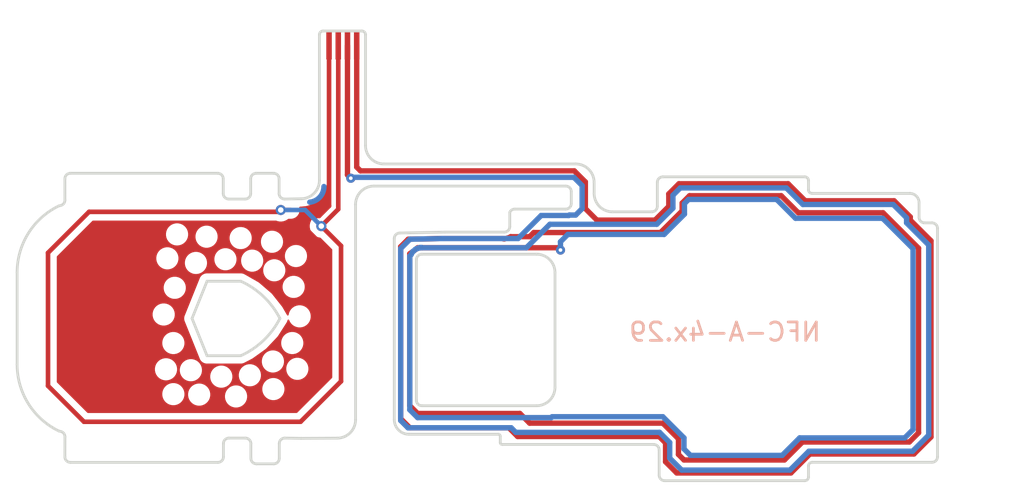
<source format=kicad_pcb>
(kicad_pcb (version 20171130) (host pcbnew 5.1.10-88a1d61d58~90~ubuntu20.10.1)

  (general
    (thickness 0.1)
    (drawings 141)
    (tracks 170)
    (zones 0)
    (modules 27)
    (nets 2)
  )

  (page A4)
  (layers
    (0 F.Cu signal)
    (1 In1.Cu signal)
    (2 In2.Cu signal)
    (31 B.Cu signal)
    (32 B.Adhes user)
    (33 F.Adhes user)
    (34 B.Paste user)
    (35 F.Paste user)
    (36 B.SilkS user)
    (37 F.SilkS user)
    (38 B.Mask user)
    (39 F.Mask user)
    (40 Dwgs.User user hide)
    (41 Cmts.User user)
    (42 Eco1.User user hide)
    (43 Eco2.User user)
    (44 Edge.Cuts user)
    (45 Margin user)
    (46 B.CrtYd user)
    (47 F.CrtYd user)
    (48 B.Fab user)
    (49 F.Fab user)
  )

  (setup
    (last_trace_width 0.29)
    (user_trace_width 0.127)
    (user_trace_width 0.127)
    (user_trace_width 0.1524)
    (user_trace_width 0.1524)
    (user_trace_width 0.1524)
    (user_trace_width 0.162)
    (user_trace_width 0.162)
    (user_trace_width 0.25)
    (user_trace_width 0.29)
    (user_trace_width 0.4)
    (user_trace_width 0.4)
    (trace_clearance 0.127)
    (zone_clearance 0.35)
    (zone_45_only no)
    (trace_min 0.05)
    (via_size 0.5)
    (via_drill 0.2)
    (via_min_size 0.5)
    (via_min_drill 0.2)
    (user_via 0.5 0.2)
    (user_via 0.5 0.2)
    (user_via 0.5 0.3)
    (user_via 0.5 0.3)
    (user_via 0.6 0.3)
    (user_via 0.6 0.3)
    (uvia_size 0.35)
    (uvia_drill 0.2)
    (uvias_allowed no)
    (uvia_min_size 0.2)
    (uvia_min_drill 0.1)
    (edge_width 0.15)
    (segment_width 0.15)
    (pcb_text_width 0.3)
    (pcb_text_size 1.5 1.5)
    (mod_edge_width 0.12)
    (mod_text_size 1 1)
    (mod_text_width 0.15)
    (pad_size 0.5 0.5)
    (pad_drill 0.5)
    (pad_to_mask_clearance 0)
    (aux_axis_origin 0 0)
    (grid_origin 136.64 61.08)
    (visible_elements 7FFFFF7F)
    (pcbplotparams
      (layerselection 0x016fc_fffffff9)
      (usegerberextensions true)
      (usegerberattributes false)
      (usegerberadvancedattributes false)
      (creategerberjobfile false)
      (excludeedgelayer true)
      (linewidth 0.100000)
      (plotframeref false)
      (viasonmask false)
      (mode 1)
      (useauxorigin false)
      (hpglpennumber 1)
      (hpglpenspeed 20)
      (hpglpendiameter 15.000000)
      (psnegative false)
      (psa4output false)
      (plotreference true)
      (plotvalue true)
      (plotinvisibletext false)
      (padsonsilk false)
      (subtractmaskfromsilk true)
      (outputformat 1)
      (mirror false)
      (drillshape 0)
      (scaleselection 1)
      (outputdirectory "nk3a-fpc-r3-rftest"))
  )

  (net 0 "")
  (net 1 "Net-(TOP1-Pad10)")

  (net_class Default "This is the default net class."
    (clearance 0.127)
    (trace_width 0.127)
    (via_dia 0.5)
    (via_drill 0.2)
    (uvia_dia 0.35)
    (uvia_drill 0.2)
    (diff_pair_width 0.432)
    (diff_pair_gap 0.127)
    (add_net "Net-(TOP1-Pad10)")
  )

  (module MountingHole:MountingHole_2.1mm (layer F.Cu) (tedit 60539AC5) (tstamp 6053FA5C)
    (at 131.565 40.205)
    (descr "Mounting Hole 2.1mm, no annular")
    (tags "mounting hole 2.1mm no annular")
    (attr virtual)
    (fp_text reference REF** (at 0 -3.2) (layer F.SilkS) hide
      (effects (font (size 1 1) (thickness 0.15)))
    )
    (fp_text value MountingHole_2.1mm (at 0 3.2) (layer F.Fab) hide
      (effects (font (size 1 1) (thickness 0.15)))
    )
    (pad "" np_thru_hole circle (at 0 0) (size 0.5 0.5) (drill 0.5) (layers *.Cu *.Mask))
  )

  (module MountingHole:MountingHole_2.1mm (layer F.Cu) (tedit 60539AC5) (tstamp 6053FA54)
    (at 131.765 31.53)
    (descr "Mounting Hole 2.1mm, no annular")
    (tags "mounting hole 2.1mm no annular")
    (attr virtual)
    (fp_text reference REF** (at 0 -3.2) (layer F.SilkS) hide
      (effects (font (size 1 1) (thickness 0.15)))
    )
    (fp_text value MountingHole_2.1mm (at 0 3.2) (layer F.Fab) hide
      (effects (font (size 1 1) (thickness 0.15)))
    )
    (pad "" np_thru_hole circle (at 0 0) (size 0.5 0.5) (drill 0.5) (layers *.Cu *.Mask))
  )

  (module MountingHole:MountingHole_2.1mm (layer F.Cu) (tedit 60539AC5) (tstamp 6053FA4C)
    (at 131.165 38.855)
    (descr "Mounting Hole 2.1mm, no annular")
    (tags "mounting hole 2.1mm no annular")
    (attr virtual)
    (fp_text reference REF** (at 0 -3.2) (layer F.SilkS) hide
      (effects (font (size 1 1) (thickness 0.15)))
    )
    (fp_text value MountingHole_2.1mm (at 0 3.2) (layer F.Fab) hide
      (effects (font (size 1 1) (thickness 0.15)))
    )
    (pad "" np_thru_hole circle (at 0 0) (size 0.5 0.5) (drill 0.5) (layers *.Cu *.Mask))
  )

  (module MountingHole:MountingHole_2.1mm (layer F.Cu) (tedit 60539AC5) (tstamp 6053FA44)
    (at 131.24 32.83)
    (descr "Mounting Hole 2.1mm, no annular")
    (tags "mounting hole 2.1mm no annular")
    (attr virtual)
    (fp_text reference REF** (at 0 -3.2) (layer F.SilkS) hide
      (effects (font (size 1 1) (thickness 0.15)))
    )
    (fp_text value MountingHole_2.1mm (at 0 3.2) (layer F.Fab) hide
      (effects (font (size 1 1) (thickness 0.15)))
    )
    (pad "" np_thru_hole circle (at 0 0) (size 0.5 0.5) (drill 0.5) (layers *.Cu *.Mask))
  )

  (module MountingHole:MountingHole_2.1mm (layer F.Cu) (tedit 60539AC5) (tstamp 6053FA3C)
    (at 138.215 32.705)
    (descr "Mounting Hole 2.1mm, no annular")
    (tags "mounting hole 2.1mm no annular")
    (attr virtual)
    (fp_text reference REF** (at 0 -3.2) (layer F.SilkS) hide
      (effects (font (size 1 1) (thickness 0.15)))
    )
    (fp_text value MountingHole_2.1mm (at 0 3.2) (layer F.Fab) hide
      (effects (font (size 1 1) (thickness 0.15)))
    )
    (pad "" np_thru_hole circle (at 0 0) (size 0.5 0.5) (drill 0.5) (layers *.Cu *.Mask))
  )

  (module MountingHole:MountingHole_2.1mm (layer F.Cu) (tedit 60539AC5) (tstamp 6053FA34)
    (at 136.915 31.93)
    (descr "Mounting Hole 2.1mm, no annular")
    (tags "mounting hole 2.1mm no annular")
    (attr virtual)
    (fp_text reference REF** (at 0 -3.2) (layer F.SilkS) hide
      (effects (font (size 1 1) (thickness 0.15)))
    )
    (fp_text value MountingHole_2.1mm (at 0 3.2) (layer F.Fab) hide
      (effects (font (size 1 1) (thickness 0.15)))
    )
    (pad "" np_thru_hole circle (at 0 0) (size 0.5 0.5) (drill 0.5) (layers *.Cu *.Mask))
  )

  (module MountingHole:MountingHole_2.1mm (layer F.Cu) (tedit 60539AC5) (tstamp 6053FA2C)
    (at 138.29 38.83)
    (descr "Mounting Hole 2.1mm, no annular")
    (tags "mounting hole 2.1mm no annular")
    (attr virtual)
    (fp_text reference REF** (at 0 -3.2) (layer F.SilkS) hide
      (effects (font (size 1 1) (thickness 0.15)))
    )
    (fp_text value MountingHole_2.1mm (at 0 3.2) (layer F.Fab) hide
      (effects (font (size 1 1) (thickness 0.15)))
    )
    (pad "" np_thru_hole circle (at 0 0) (size 0.5 0.5) (drill 0.5) (layers *.Cu *.Mask))
  )

  (module MountingHole:MountingHole_2.1mm (layer F.Cu) (tedit 60539AC5) (tstamp 6053FA24)
    (at 136.99 39.93)
    (descr "Mounting Hole 2.1mm, no annular")
    (tags "mounting hole 2.1mm no annular")
    (attr virtual)
    (fp_text reference REF** (at 0 -3.2) (layer F.SilkS) hide
      (effects (font (size 1 1) (thickness 0.15)))
    )
    (fp_text value MountingHole_2.1mm (at 0 3.2) (layer F.Fab) hide
      (effects (font (size 1 1) (thickness 0.15)))
    )
    (pad "" np_thru_hole circle (at 0 0) (size 0.5 0.5) (drill 0.5) (layers *.Cu *.Mask))
  )

  (module MountingHole:MountingHole_2.1mm (layer F.Cu) (tedit 60539AC5) (tstamp 6053F9EB)
    (at 133.365 31.655)
    (descr "Mounting Hole 2.1mm, no annular")
    (tags "mounting hole 2.1mm no annular")
    (attr virtual)
    (fp_text reference REF** (at 0 -3.2) (layer F.SilkS) hide
      (effects (font (size 1 1) (thickness 0.15)))
    )
    (fp_text value MountingHole_2.1mm (at 0 3.2) (layer F.Fab) hide
      (effects (font (size 1 1) (thickness 0.15)))
    )
    (pad "" np_thru_hole circle (at 0 0) (size 0.5 0.5) (drill 0.5) (layers *.Cu *.Mask))
  )

  (module MountingHole:MountingHole_2.1mm (layer F.Cu) (tedit 60539AC5) (tstamp 6053F9DB)
    (at 135.215 31.73)
    (descr "Mounting Hole 2.1mm, no annular")
    (tags "mounting hole 2.1mm no annular")
    (attr virtual)
    (fp_text reference REF** (at 0 -3.2) (layer F.SilkS) hide
      (effects (font (size 1 1) (thickness 0.15)))
    )
    (fp_text value MountingHole_2.1mm (at 0 3.2) (layer F.Fab) hide
      (effects (font (size 1 1) (thickness 0.15)))
    )
    (pad "" np_thru_hole circle (at 0 0) (size 0.5 0.5) (drill 0.5) (layers *.Cu *.Mask))
  )

  (module MountingHole:MountingHole_2.1mm (layer F.Cu) (tedit 60539AC5) (tstamp 6053F9D3)
    (at 134.965 40.33)
    (descr "Mounting Hole 2.1mm, no annular")
    (tags "mounting hole 2.1mm no annular")
    (attr virtual)
    (fp_text reference REF** (at 0 -3.2) (layer F.SilkS) hide
      (effects (font (size 1 1) (thickness 0.15)))
    )
    (fp_text value MountingHole_2.1mm (at 0 3.2) (layer F.Fab) hide
      (effects (font (size 1 1) (thickness 0.15)))
    )
    (pad "" np_thru_hole circle (at 0 0) (size 0.5 0.5) (drill 0.5) (layers *.Cu *.Mask))
  )

  (module MountingHole:MountingHole_2.1mm (layer F.Cu) (tedit 60539AC5) (tstamp 6053F9C3)
    (at 132.965 40.23)
    (descr "Mounting Hole 2.1mm, no annular")
    (tags "mounting hole 2.1mm no annular")
    (attr virtual)
    (fp_text reference REF** (at 0 -3.2) (layer F.SilkS) hide
      (effects (font (size 1 1) (thickness 0.15)))
    )
    (fp_text value MountingHole_2.1mm (at 0 3.2) (layer F.Fab) hide
      (effects (font (size 1 1) (thickness 0.15)))
    )
    (pad "" np_thru_hole circle (at 0 0) (size 0.5 0.5) (drill 0.5) (layers *.Cu *.Mask))
  )

  (module MountingHole:MountingHole_2.1mm (layer F.Cu) (tedit 60539AC5) (tstamp 6053F9BB)
    (at 138.415 35.98)
    (descr "Mounting Hole 2.1mm, no annular")
    (tags "mounting hole 2.1mm no annular")
    (attr virtual)
    (fp_text reference REF** (at 0 -3.2) (layer F.SilkS) hide
      (effects (font (size 1 1) (thickness 0.15)))
    )
    (fp_text value MountingHole_2.1mm (at 0 3.2) (layer F.Fab) hide
      (effects (font (size 1 1) (thickness 0.15)))
    )
    (pad "" np_thru_hole circle (at 0 0) (size 0.5 0.5) (drill 0.5) (layers *.Cu *.Mask))
  )

  (module MountingHole:MountingHole_2.1mm (layer F.Cu) (tedit 60539AC5) (tstamp 6053F9B3)
    (at 138.015 37.43)
    (descr "Mounting Hole 2.1mm, no annular")
    (tags "mounting hole 2.1mm no annular")
    (attr virtual)
    (fp_text reference REF** (at 0 -3.2) (layer F.SilkS) hide
      (effects (font (size 1 1) (thickness 0.15)))
    )
    (fp_text value MountingHole_2.1mm (at 0 3.2) (layer F.Fab) hide
      (effects (font (size 1 1) (thickness 0.15)))
    )
    (pad "" np_thru_hole circle (at 0 0) (size 0.5 0.5) (drill 0.5) (layers *.Cu *.Mask))
  )

  (module MountingHole:MountingHole_2.1mm (layer F.Cu) (tedit 60539AC5) (tstamp 6053F9AB)
    (at 136.965 38.43)
    (descr "Mounting Hole 2.1mm, no annular")
    (tags "mounting hole 2.1mm no annular")
    (attr virtual)
    (fp_text reference REF** (at 0 -3.2) (layer F.SilkS) hide
      (effects (font (size 1 1) (thickness 0.15)))
    )
    (fp_text value MountingHole_2.1mm (at 0 3.2) (layer F.Fab) hide
      (effects (font (size 1 1) (thickness 0.15)))
    )
    (pad "" np_thru_hole circle (at 0 0) (size 0.5 0.5) (drill 0.5) (layers *.Cu *.Mask))
  )

  (module MountingHole:MountingHole_2.1mm (layer F.Cu) (tedit 60539AC5) (tstamp 6053F9A3)
    (at 135.715 39.18)
    (descr "Mounting Hole 2.1mm, no annular")
    (tags "mounting hole 2.1mm no annular")
    (attr virtual)
    (fp_text reference REF** (at 0 -3.2) (layer F.SilkS) hide
      (effects (font (size 1 1) (thickness 0.15)))
    )
    (fp_text value MountingHole_2.1mm (at 0 3.2) (layer F.Fab) hide
      (effects (font (size 1 1) (thickness 0.15)))
    )
    (pad "" np_thru_hole circle (at 0 0) (size 0.5 0.5) (drill 0.5) (layers *.Cu *.Mask))
  )

  (module MountingHole:MountingHole_2.1mm (layer F.Cu) (tedit 60539AC5) (tstamp 6053F99B)
    (at 134.165 39.255)
    (descr "Mounting Hole 2.1mm, no annular")
    (tags "mounting hole 2.1mm no annular")
    (attr virtual)
    (fp_text reference REF** (at 0 -3.2) (layer F.SilkS) hide
      (effects (font (size 1 1) (thickness 0.15)))
    )
    (fp_text value MountingHole_2.1mm (at 0 3.2) (layer F.Fab) hide
      (effects (font (size 1 1) (thickness 0.15)))
    )
    (pad "" np_thru_hole circle (at 0 0) (size 0.5 0.5) (drill 0.5) (layers *.Cu *.Mask))
  )

  (module MountingHole:MountingHole_2.1mm (layer F.Cu) (tedit 60539AC5) (tstamp 6053F993)
    (at 132.515 38.905)
    (descr "Mounting Hole 2.1mm, no annular")
    (tags "mounting hole 2.1mm no annular")
    (attr virtual)
    (fp_text reference REF** (at 0 -3.2) (layer F.SilkS) hide
      (effects (font (size 1 1) (thickness 0.15)))
    )
    (fp_text value MountingHole_2.1mm (at 0 3.2) (layer F.Fab) hide
      (effects (font (size 1 1) (thickness 0.15)))
    )
    (pad "" np_thru_hole circle (at 0 0) (size 0.5 0.5) (drill 0.5) (layers *.Cu *.Mask))
  )

  (module MountingHole:MountingHole_2.1mm (layer F.Cu) (tedit 60539AC5) (tstamp 6053F98B)
    (at 138.09 34.38)
    (descr "Mounting Hole 2.1mm, no annular")
    (tags "mounting hole 2.1mm no annular")
    (attr virtual)
    (fp_text reference REF** (at 0 -3.2) (layer F.SilkS) hide
      (effects (font (size 1 1) (thickness 0.15)))
    )
    (fp_text value MountingHole_2.1mm (at 0 3.2) (layer F.Fab) hide
      (effects (font (size 1 1) (thickness 0.15)))
    )
    (pad "" np_thru_hole circle (at 0 0) (size 0.5 0.5) (drill 0.5) (layers *.Cu *.Mask))
  )

  (module MountingHole:MountingHole_2.1mm (layer F.Cu) (tedit 60539AC5) (tstamp 6053F983)
    (at 137.04 33.48)
    (descr "Mounting Hole 2.1mm, no annular")
    (tags "mounting hole 2.1mm no annular")
    (attr virtual)
    (fp_text reference REF** (at 0 -3.2) (layer F.SilkS) hide
      (effects (font (size 1 1) (thickness 0.15)))
    )
    (fp_text value MountingHole_2.1mm (at 0 3.2) (layer F.Fab) hide
      (effects (font (size 1 1) (thickness 0.15)))
    )
    (pad "" np_thru_hole circle (at 0 0) (size 0.5 0.5) (drill 0.5) (layers *.Cu *.Mask))
  )

  (module MountingHole:MountingHole_2.1mm (layer F.Cu) (tedit 60539AC5) (tstamp 6053F97B)
    (at 135.84 32.955)
    (descr "Mounting Hole 2.1mm, no annular")
    (tags "mounting hole 2.1mm no annular")
    (attr virtual)
    (fp_text reference REF** (at 0 -3.2) (layer F.SilkS) hide
      (effects (font (size 1 1) (thickness 0.15)))
    )
    (fp_text value MountingHole_2.1mm (at 0 3.2) (layer F.Fab) hide
      (effects (font (size 1 1) (thickness 0.15)))
    )
    (pad "" np_thru_hole circle (at 0 0) (size 0.5 0.5) (drill 0.5) (layers *.Cu *.Mask))
  )

  (module MountingHole:MountingHole_2.1mm (layer F.Cu) (tedit 60539AC5) (tstamp 6053F973)
    (at 134.39 32.88)
    (descr "Mounting Hole 2.1mm, no annular")
    (tags "mounting hole 2.1mm no annular")
    (attr virtual)
    (fp_text reference REF** (at 0 -3.2) (layer F.SilkS) hide
      (effects (font (size 1 1) (thickness 0.15)))
    )
    (fp_text value MountingHole_2.1mm (at 0 3.2) (layer F.Fab) hide
      (effects (font (size 1 1) (thickness 0.15)))
    )
    (pad "" np_thru_hole circle (at 0 0) (size 0.5 0.5) (drill 0.5) (layers *.Cu *.Mask))
  )

  (module MountingHole:MountingHole_2.1mm (layer F.Cu) (tedit 60539AC5) (tstamp 6053F96B)
    (at 132.79 33.08)
    (descr "Mounting Hole 2.1mm, no annular")
    (tags "mounting hole 2.1mm no annular")
    (attr virtual)
    (fp_text reference REF** (at 0 -3.2) (layer F.SilkS) hide
      (effects (font (size 1 1) (thickness 0.15)))
    )
    (fp_text value MountingHole_2.1mm (at 0 3.2) (layer F.Fab) hide
      (effects (font (size 1 1) (thickness 0.15)))
    )
    (pad "" np_thru_hole circle (at 0 0) (size 0.5 0.5) (drill 0.5) (layers *.Cu *.Mask))
  )

  (module MountingHole:MountingHole_2.1mm (layer F.Cu) (tedit 60539AC5) (tstamp 6053F963)
    (at 131.04 35.88)
    (descr "Mounting Hole 2.1mm, no annular")
    (tags "mounting hole 2.1mm no annular")
    (attr virtual)
    (fp_text reference REF** (at 0 -3.2) (layer F.SilkS) hide
      (effects (font (size 1 1) (thickness 0.15)))
    )
    (fp_text value MountingHole_2.1mm (at 0 3.2) (layer F.Fab) hide
      (effects (font (size 1 1) (thickness 0.15)))
    )
    (pad "" np_thru_hole circle (at 0 0) (size 0.5 0.5) (drill 0.5) (layers *.Cu *.Mask))
  )

  (module MountingHole:MountingHole_2.1mm (layer F.Cu) (tedit 60539AC5) (tstamp 6053F95B)
    (at 131.565 37.43)
    (descr "Mounting Hole 2.1mm, no annular")
    (tags "mounting hole 2.1mm no annular")
    (attr virtual)
    (fp_text reference REF** (at 0 -3.2) (layer F.SilkS) hide
      (effects (font (size 1 1) (thickness 0.15)))
    )
    (fp_text value MountingHole_2.1mm (at 0 3.2) (layer F.Fab) hide
      (effects (font (size 1 1) (thickness 0.15)))
    )
    (pad "" np_thru_hole circle (at 0 0) (size 0.5 0.5) (drill 0.5) (layers *.Cu *.Mask))
  )

  (module MountingHole:MountingHole_2.1mm (layer F.Cu) (tedit 60539AC5) (tstamp 6053F8FE)
    (at 131.64 34.43)
    (descr "Mounting Hole 2.1mm, no annular")
    (tags "mounting hole 2.1mm no annular")
    (attr virtual)
    (fp_text reference REF** (at 0 -3.2) (layer F.SilkS) hide
      (effects (font (size 1 1) (thickness 0.15)))
    )
    (fp_text value MountingHole_2.1mm (at 0 3.2) (layer F.Fab) hide
      (effects (font (size 1 1) (thickness 0.15)))
    )
    (pad "" np_thru_hole circle (at 0 0) (size 0.5 0.5) (drill 0.5) (layers *.Cu *.Mask))
  )

  (module corelib:fpc-4-0.5- (layer F.Cu) (tedit 5F186E29) (tstamp 5F2B0931)
    (at 140.76 21.28)
    (attr virtual)
    (fp_text reference REF** (at 0.5 4.5) (layer F.SilkS) hide
      (effects (font (size 1 1) (thickness 0.15)))
    )
    (fp_text value fpc-4-0.5- (at -0.25 -7) (layer F.Fab) hide
      (effects (font (size 1 1) (thickness 0.15)))
    )
    (fp_line (start -1.05 -0.8) (end 1.05 -0.8) (layer F.Fab) (width 0.12))
    (fp_line (start 1.25 2.25) (end 1.25 -0.6) (layer F.Fab) (width 0.12))
    (fp_line (start -1.25 2.25) (end -1.25 -0.6) (layer F.Fab) (width 0.12))
    (fp_arc (start 1.05 -0.6) (end 1.25 -0.6) (angle -90) (layer F.Fab) (width 0.12))
    (fp_arc (start -1.05 -0.6) (end -1.05 -0.8) (angle -90) (layer F.Fab) (width 0.12))
    (pad 4 smd rect (at 0.75 0) (size 0.3 1.5) (layers F.Cu F.Mask))
    (pad 3 smd rect (at 0.25 0) (size 0.3 1.5) (layers F.Cu F.Mask))
    (pad 2 smd rect (at -0.25 0) (size 0.3 1.5) (layers F.Cu F.Mask))
    (pad 1 smd rect (at -0.75 0) (size 0.3 1.5) (layers F.Cu F.Mask)
      (net 1 "Net-(TOP1-Pad10)"))
  )

  (gr_text NFC-A-4x.29 (at 161.49 36.83) (layer B.SilkS)
    (effects (font (size 1 1) (thickness 0.15)) (justify mirror))
  )
  (gr_line (start 135.47 42.59) (end 134.58 42.59) (layer Edge.Cuts) (width 0.15) (tstamp 614200EA))
  (gr_arc (start 137.61 42.89) (end 137.61 42.59) (angle -90) (layer Edge.Cuts) (width 0.15) (tstamp 614200E3))
  (gr_arc (start 135.47 42.89) (end 135.77 42.89) (angle -90) (layer Edge.Cuts) (width 0.15) (tstamp 614200CF))
  (gr_line (start 135.525 43.145) (end 135.525 44.145) (layer Dwgs.User) (width 0.15) (tstamp 614200CE))
  (gr_arc (start 136.07 43.69) (end 135.77 43.69) (angle -90) (layer Edge.Cuts) (width 0.15) (tstamp 614200CD))
  (gr_line (start 137.555 43.145) (end 137.555 44.145) (layer Dwgs.User) (width 0.15) (tstamp 614200CC))
  (gr_line (start 137.31 42.89) (end 137.31 43.69) (layer Edge.Cuts) (width 0.15) (tstamp 614200CB))
  (gr_line (start 137.01 43.99) (end 136.07 43.99) (layer Edge.Cuts) (width 0.15) (tstamp 614200CA))
  (gr_line (start 135.77 42.89) (end 135.77 43.69) (layer Edge.Cuts) (width 0.15) (tstamp 614200C9))
  (gr_arc (start 137.01 43.69) (end 137.31 43.69) (angle 90) (layer Edge.Cuts) (width 0.15) (tstamp 614200C8))
  (gr_line (start 135.525 44.145) (end 135.525 43.145) (layer Dwgs.User) (width 0.15) (tstamp 614200C7))
  (gr_line (start 135.46 29.61) (end 134.57 29.61) (layer Edge.Cuts) (width 0.15) (tstamp 614200B5))
  (gr_line (start 137 28.21) (end 136.06 28.21) (layer Edge.Cuts) (width 0.15) (tstamp 614200AD))
  (gr_arc (start 137.6 29.31) (end 137.3 29.31) (angle -90) (layer Edge.Cuts) (width 0.15) (tstamp 61420069))
  (gr_line (start 137.545 29.055) (end 137.545 28.055) (layer Dwgs.User) (width 0.15) (tstamp 61420068))
  (gr_arc (start 137 28.51) (end 137.3 28.51) (angle -90) (layer Edge.Cuts) (width 0.15) (tstamp 61420067))
  (gr_line (start 137.3 29.31) (end 137.3 28.51) (layer Edge.Cuts) (width 0.15) (tstamp 61420066))
  (gr_line (start 135.76 29.31) (end 135.76 28.51) (layer Edge.Cuts) (width 0.15) (tstamp 61420050))
  (gr_line (start 135.515 29.055) (end 135.515 28.055) (layer Dwgs.User) (width 0.15) (tstamp 6142004F))
  (gr_arc (start 135.46 29.31) (end 135.76 29.31) (angle 90) (layer Edge.Cuts) (width 0.15) (tstamp 6142004E))
  (gr_arc (start 136.06 28.51) (end 135.76 28.51) (angle 90) (layer Edge.Cuts) (width 0.15) (tstamp 6142004D))
  (gr_line (start 134.28 42.89) (end 134.28 43.61) (layer Edge.Cuts) (width 0.15) (tstamp 6141FF4B))
  (gr_line (start 134.525 43.065) (end 134.525 44.065) (layer Dwgs.User) (width 0.15) (tstamp 6141FF4A))
  (gr_line (start 138.498 42.605) (end 137.61 42.59) (angle 90) (layer Edge.Cuts) (width 0.15) (tstamp 6141FF49))
  (gr_line (start 133.98 43.91) (end 125.98 43.91) (layer Edge.Cuts) (width 0.15) (tstamp 6141FF48))
  (gr_line (start 135.525 43.065) (end 134.525 43.065) (layer Dwgs.User) (width 0.15) (tstamp 6141FF47))
  (gr_line (start 135.525 44.065) (end 135.525 43.065) (layer Dwgs.User) (width 0.15) (tstamp 6141FF46))
  (gr_arc (start 134.58 42.89) (end 134.28 42.89) (angle 90) (layer Edge.Cuts) (width 0.15) (tstamp 6141FF45))
  (gr_arc (start 133.98 43.61) (end 134.28 43.61) (angle 90) (layer Edge.Cuts) (width 0.15) (tstamp 6141FF44))
  (gr_arc (start 125.383004 42.52) (end 125.683004 42.52) (angle -90) (layer Edge.Cuts) (width 0.15) (tstamp 6141FF1F))
  (gr_line (start 125.683004 42.52) (end 125.68 43.61) (layer Edge.Cuts) (width 0.15) (tstamp 6141FF1E))
  (gr_arc (start 125.98 43.61) (end 125.68 43.61) (angle -90) (layer Edge.Cuts) (width 0.15) (tstamp 6141FF1D))
  (gr_arc (start 127.099502 38.595) (end 125.381502 42.22) (angle 64.64227482) (layer Edge.Cuts) (width 0.15) (tstamp 6141FF04))
  (gr_line (start 133.97 28.21) (end 125.98 28.21) (layer Edge.Cuts) (width 0.15) (tstamp 6141FEF0))
  (gr_line (start 134.27 29.31) (end 134.27 28.51) (layer Edge.Cuts) (width 0.15))
  (gr_line (start 125.681502 29.67) (end 125.68 28.51) (layer Edge.Cuts) (width 0.15))
  (gr_arc (start 125.381502 29.67) (end 125.681502 29.67) (angle 90) (layer Edge.Cuts) (width 0.15) (tstamp 6141FE8B))
  (gr_arc (start 125.98 28.51) (end 125.68 28.51) (angle 90) (layer Edge.Cuts) (width 0.15) (tstamp 6141FE56))
  (gr_arc (start 133.97 28.51) (end 134.27 28.51) (angle -90) (layer Edge.Cuts) (width 0.15) (tstamp 6141FE45))
  (gr_arc (start 134.57 29.31) (end 134.27 29.31) (angle -90) (layer Edge.Cuts) (width 0.15) (tstamp 6141FE39))
  (gr_line (start 140.515 44.055) (end 141.515 44.055) (layer Dwgs.User) (width 0.15))
  (gr_line (start 140.515 43.055) (end 140.515 44.055) (layer Dwgs.User) (width 0.15))
  (gr_line (start 139.515 43.055) (end 140.515 43.055) (layer Dwgs.User) (width 0.15))
  (gr_line (start 139.515 44.055) (end 139.515 43.055) (layer Dwgs.User) (width 0.15))
  (gr_line (start 135.515 44.055) (end 139.515 44.055) (layer Dwgs.User) (width 0.15))
  (gr_line (start 135.515 43.055) (end 135.515 44.055) (layer Dwgs.User) (width 0.15))
  (gr_line (start 134.515 43.055) (end 135.515 43.055) (layer Dwgs.User) (width 0.15))
  (gr_line (start 134.515 44.055) (end 134.515 43.055) (layer Dwgs.User) (width 0.15))
  (gr_line (start 125.515 44.055) (end 134.515 44.055) (layer Dwgs.User) (width 0.15))
  (gr_line (start 125.515 28.055) (end 125.515 44.055) (layer Dwgs.User) (width 0.15))
  (gr_line (start 134.515 28.055) (end 125.515 28.055) (layer Dwgs.User) (width 0.15))
  (gr_line (start 134.515 29.055) (end 134.515 28.055) (layer Dwgs.User) (width 0.15))
  (gr_line (start 135.515 29.055) (end 134.515 29.055) (layer Dwgs.User) (width 0.15))
  (gr_line (start 135.515 28.055) (end 135.515 29.055) (layer Dwgs.User) (width 0.15))
  (gr_line (start 141.515 28.055) (end 135.515 28.055) (layer Dwgs.User) (width 0.15))
  (gr_line (start 141.515 36.03) (end 141.515 44.03) (layer Dwgs.User) (width 0.15) (tstamp 6141FD45))
  (gr_line (start 141.515 36.055) (end 141.515 28.055) (layer Dwgs.User) (width 0.15))
  (dimension 24.55 (width 0.15) (layer F.Fab)
    (gr_text "24,550 mm" (at 176.365 32.755 270) (layer F.Fab)
      (effects (font (size 1 1) (thickness 0.15)))
    )
    (feature1 (pts (xy 140.74 45.03) (xy 175.651421 45.03)))
    (feature2 (pts (xy 140.74 20.48) (xy 175.651421 20.48)))
    (crossbar (pts (xy 175.065 20.48) (xy 175.065 45.03)))
    (arrow1a (pts (xy 175.065 45.03) (xy 174.478579 43.903496)))
    (arrow1b (pts (xy 175.065 45.03) (xy 175.651421 43.903496)))
    (arrow2a (pts (xy 175.065 20.48) (xy 174.478579 21.606504)))
    (arrow2b (pts (xy 175.065 20.48) (xy 175.651421 21.606504)))
  )
  (gr_line (start 149.815 31.105) (end 149.815 30.33) (angle 90) (layer Edge.Cuts) (width 0.15) (tstamp 60F7117E))
  (gr_line (start 153.15 29.855) (end 153.15 29.205) (angle 90) (layer Edge.Cuts) (width 0.15) (tstamp 60F7111D))
  (gr_arc (start 152.85 29.855) (end 152.85 30.155) (angle -90) (layer Edge.Cuts) (width 0.15) (tstamp 60F71116))
  (gr_line (start 150.08811 30.154141) (end 152.85 30.155) (angle 90) (layer Edge.Cuts) (width 0.15) (tstamp 60F7110A))
  (gr_arc (start 143.848 31.755) (end 143.848 31.455) (angle -90) (layer Edge.Cuts) (width 0.15) (tstamp 60F710E4))
  (gr_arc (start 155.39 29.305) (end 154.39 29.305) (angle -90) (layer Edge.Cuts) (width 0.15) (tstamp 60F71076))
  (gr_line (start 155.39 30.305) (end 157.518 30.305) (angle 90) (layer Edge.Cuts) (width 0.15) (tstamp 60F7106E))
  (gr_arc (start 153.39 28.705) (end 154.39 28.705) (angle -90) (layer Edge.Cuts) (width 0.15) (tstamp 60F7106B))
  (gr_arc (start 152.85 29.205) (end 153.15 29.205) (angle -90) (layer Edge.Cuts) (width 0.15) (tstamp 60F71064))
  (gr_line (start 152.85 28.905) (end 142.448 28.905) (angle 90) (layer Edge.Cuts) (width 0.15) (tstamp 60F7105F))
  (gr_line (start 153.39 27.705) (end 142.988 27.705) (angle 90) (layer Edge.Cuts) (width 0.15) (tstamp 60F71057))
  (gr_poly (pts (xy 166.015 28.605) (xy 166.015 29.18) (xy 166.19 29.33) (xy 171.565 29.33) (xy 171.915 29.58) (xy 171.94 30.63) (xy 172.215 30.955) (xy 172.765 30.93) (xy 172.965 31.055) (xy 173.015 43.605) (xy 172.89 43.905) (xy 166.215 43.905) (xy 166.015 44.08) (xy 166.015 44.805) (xy 165.89 44.905) (xy 158.19 44.905) (xy 157.94 44.73) (xy 157.94 43.18) (xy 157.765 42.955) (xy 149.39 42.93) (xy 149.29 42.83) (xy 149.29 42.455) (xy 144.365 42.43) (xy 143.74 42.205) (xy 143.515 41.705) (xy 143.54 33.355) (xy 144.765 33.355) (xy 144.74 40.53) (xy 144.84 40.805) (xy 151.415 40.83) (xy 151.965 40.555) (xy 152.215 40.28) (xy 152.29 39.88) (xy 152.29 33.705) (xy 152.24 33.33) (xy 152.09 33.03) (xy 151.815 32.755) (xy 151.54 32.605) (xy 144.965 32.605) (xy 144.79 32.705) (xy 144.79 32.905) (xy 144.765 33.33) (xy 143.54 33.33) (xy 143.565 31.98) (xy 143.64 31.53) (xy 144.015 31.43) (xy 146.09 31.38) (xy 149.84 31.38) (xy 149.89 30.305) (xy 150.19 30.305) (xy 157.615 30.33) (xy 157.865 30.055) (xy 157.815 28.73) (xy 158.015 28.43) (xy 165.765 28.405)) (layer Eco1.User) (width 0.1))
  (gr_poly (pts (xy 139.64 29.605) (xy 141.44 29.655) (xy 141.405 31.225) (xy 141.375 32.755) (xy 141.355 36.115) (xy 137.495 36.105) (xy 137.305 35.745) (xy 136.895 35.175) (xy 136.315 34.615) (xy 135.575 34.125) (xy 134.975 33.995) (xy 134.075 34.005) (xy 133.385 34.005) (xy 133.085 34.735) (xy 132.515 36.005) (xy 132.835 36.835) (xy 133.215 37.665) (xy 133.435 38.115) (xy 134.815 38.125) (xy 135.445 38.085) (xy 136.285 37.585) (xy 136.965 36.895) (xy 137.415 36.175) (xy 141.375 36.195) (xy 141.385 41.615) (xy 141.365 41.83) (xy 141.29 42.08) (xy 140.99 42.38) (xy 140.64 42.505) (xy 137.39 42.52) (xy 137.24 42.69) (xy 137.23 43.75) (xy 137.16 43.89) (xy 137.01 43.98) (xy 135.99 43.980313) (xy 135.92 43.9) (xy 135.89 43.75) (xy 135.88 42.83) (xy 135.66 42.53) (xy 134.37 42.52) (xy 134.19 42.79) (xy 134.19 43.65) (xy 134.13 43.77) (xy 134 43.83) (xy 125.97 43.82) (xy 125.85 43.79) (xy 125.78 43.7) (xy 125.8 42.5) (xy 125.69 42.3) (xy 125.14 42.005) (xy 124.215 41.23) (xy 123.39 39.98) (xy 123.165 38.615) (xy 123.165 33.355) (xy 123.49 32.005) (xy 124.165 30.98) (xy 125.315 30.03) (xy 125.75 29.87) (xy 125.75 28.6) (xy 125.81 28.38) (xy 125.98 28.3) (xy 134.04 28.31) (xy 134.13 28.36) (xy 134.17 28.45) (xy 134.19 29.45) (xy 134.27 29.59) (xy 135.72 29.61) (xy 135.8 29.55) (xy 135.82 28.47) (xy 135.86 28.37) (xy 135.96 28.29) (xy 137.08 28.3) (xy 137.18 28.37) (xy 137.21 28.47) (xy 137.22 29.45) (xy 137.3 29.58) (xy 137.44 29.62)) (layer Eco1.User) (width 0.1))
  (dimension 49.905 (width 0.15) (layer F.Fab) (tstamp 5FD9291F)
    (gr_text "49,905 mm" (at 148.111664 46.4525 -0.005740484853) (layer F.Fab) (tstamp 5FD9291F)
      (effects (font (size 1 1) (thickness 0.15)))
    )
    (feature1 (pts (xy 123.16 38.1) (xy 123.159235 45.736421)))
    (feature2 (pts (xy 173.065 38.105) (xy 173.064235 45.741421)))
    (crossbar (pts (xy 173.064294 45.155) (xy 123.159294 45.15)))
    (arrow1a (pts (xy 123.159294 45.15) (xy 124.285857 44.563692)))
    (arrow1b (pts (xy 123.159294 45.15) (xy 124.285739 45.736534)))
    (arrow2a (pts (xy 173.064294 45.155) (xy 171.937849 44.568466)))
    (arrow2b (pts (xy 173.064294 45.155) (xy 171.937731 45.741308)))
  )
  (gr_arc (start 138.88 28.930366) (end 138.964999 29.78) (angle -84.28696283) (layer B.Cu) (width 0.29) (tstamp 5F2B272D))
  (gr_text "TESA 8853 TOP" (at 129.65 27.3) (layer Eco1.User) (tstamp 5F2B26E9)
    (effects (font (size 1 1) (thickness 0.15)))
  )
  (gr_text "TESA 8853 TOP" (at 162.54 46.255) (layer Eco1.User) (tstamp 5FD928DF)
    (effects (font (size 1 1) (thickness 0.15)))
  )
  (gr_text "Stiffener PI 0.2mm BOT" (at 140.73 19.65) (layer Cmts.User)
    (effects (font (size 1 1) (thickness 0.15)))
  )
  (gr_poly (pts (xy 142.035 22.93) (xy 139.505 22.93) (xy 139.5 20.61) (xy 139.6 20.47) (xy 141.88 20.46) (xy 142.03 20.61)) (layer Cmts.User) (width 0.05))
  (gr_line (start 172.718 30.905) (end 172.318 30.905) (angle 90) (layer Edge.Cuts) (width 0.15))
  (gr_line (start 172.018 30.605) (end 172.018 29.805) (angle 90) (layer Edge.Cuts) (width 0.15))
  (gr_line (start 171.518 29.305) (end 166.218 29.305) (angle 90) (layer Edge.Cuts) (width 0.15))
  (gr_line (start 166.018 29.105) (end 166.018 28.605) (angle 90) (layer Edge.Cuts) (width 0.15))
  (gr_line (start 165.818 28.405) (end 158.118 28.405) (angle 90) (layer Edge.Cuts) (width 0.15))
  (gr_line (start 157.818 28.705) (end 157.818 30.005) (angle 90) (layer Edge.Cuts) (width 0.15))
  (gr_line (start 154.39 28.705) (end 154.39 29.305) (angle 90) (layer Edge.Cuts) (width 0.15))
  (gr_line (start 143.548 31.755) (end 143.548 41.585) (angle 90) (layer Edge.Cuts) (width 0.15))
  (gr_line (start 144.348 42.385) (end 149.198 42.385) (angle 90) (layer Edge.Cuts) (width 0.15))
  (gr_line (start 149.298 42.485) (end 149.298 42.835) (angle 90) (layer Edge.Cuts) (width 0.15))
  (gr_line (start 149.398 42.935) (end 157.618 42.935) (angle 90) (layer Edge.Cuts) (width 0.15))
  (gr_line (start 157.918 43.235) (end 157.918 44.605) (angle 90) (layer Edge.Cuts) (width 0.15))
  (gr_line (start 158.218 44.905) (end 165.818 44.905) (angle 90) (layer Edge.Cuts) (width 0.15))
  (gr_line (start 166.018 44.705) (end 166.018 44.105) (angle 90) (layer Edge.Cuts) (width 0.15))
  (gr_line (start 166.218 43.905) (end 172.718 43.905) (angle 90) (layer Edge.Cuts) (width 0.15))
  (gr_line (start 173.018 43.605) (end 173.018 31.205) (angle 90) (layer Edge.Cuts) (width 0.15))
  (gr_line (start 144.748 32.905) (end 144.748 40.535) (angle 90) (layer Edge.Cuts) (width 0.15))
  (gr_line (start 145.048 40.835) (end 151.268 40.835) (angle 90) (layer Edge.Cuts) (width 0.15))
  (gr_line (start 152.268 39.835) (end 152.268 33.605) (angle 90) (layer Edge.Cuts) (width 0.15))
  (gr_line (start 151.268 32.605) (end 145.048 32.605) (angle 90) (layer Edge.Cuts) (width 0.15))
  (gr_line (start 146.298 31.405) (end 149.515 31.405) (angle 90) (layer Edge.Cuts) (width 0.15))
  (gr_arc (start 145.048 32.905) (end 145.048 32.605) (angle -90) (layer Edge.Cuts) (width 0.15))
  (gr_arc (start 145.048 40.535) (end 144.748 40.535) (angle -90) (layer Edge.Cuts) (width 0.15))
  (gr_arc (start 151.268 39.835) (end 151.268 40.835) (angle -90) (layer Edge.Cuts) (width 0.15))
  (gr_arc (start 151.268 33.605) (end 152.268 33.605) (angle -90) (layer Edge.Cuts) (width 0.15))
  (gr_arc (start 149.515 31.105) (end 149.515 31.405) (angle -90) (layer Edge.Cuts) (width 0.15))
  (gr_arc (start 150.08811 30.454141) (end 150.08811 30.154141) (angle -65.55604522) (layer Edge.Cuts) (width 0.15))
  (gr_arc (start 144.348 41.585) (end 143.548 41.585) (angle -90) (layer Edge.Cuts) (width 0.15))
  (gr_arc (start 149.198 42.485) (end 149.298 42.485) (angle -90) (layer Edge.Cuts) (width 0.15))
  (gr_arc (start 149.398 42.835) (end 149.298 42.835) (angle -90) (layer Edge.Cuts) (width 0.15))
  (gr_arc (start 172.718 43.605) (end 172.718 43.905) (angle -90) (layer Edge.Cuts) (width 0.15))
  (gr_arc (start 172.718 31.205) (end 173.018 31.205) (angle -90) (layer Edge.Cuts) (width 0.15))
  (gr_arc (start 172.318 30.605) (end 172.018 30.605) (angle -90) (layer Edge.Cuts) (width 0.15))
  (gr_arc (start 171.518 29.805) (end 172.018 29.805) (angle -90) (layer Edge.Cuts) (width 0.15))
  (gr_arc (start 158.218 44.605) (end 157.918 44.605) (angle -90) (layer Edge.Cuts) (width 0.15))
  (gr_arc (start 157.618 43.235) (end 157.918 43.235) (angle -90) (layer Edge.Cuts) (width 0.15))
  (gr_arc (start 157.518 30.005) (end 157.518 30.305) (angle -90) (layer Edge.Cuts) (width 0.15))
  (gr_arc (start 158.118 28.705) (end 158.118 28.405) (angle -90) (layer Edge.Cuts) (width 0.15))
  (gr_arc (start 166.218 44.105) (end 166.218 43.905) (angle -90) (layer Edge.Cuts) (width 0.15))
  (gr_arc (start 165.818 44.705) (end 165.818 44.905) (angle -90) (layer Edge.Cuts) (width 0.15))
  (gr_arc (start 165.818 28.605) (end 166.018 28.605) (angle -90) (layer Edge.Cuts) (width 0.15))
  (gr_arc (start 166.218 29.105) (end 166.018 29.105) (angle -90) (layer Edge.Cuts) (width 0.15))
  (gr_line (start 146.298 31.405) (end 143.848 31.455) (angle 90) (layer Edge.Cuts) (width 0.15))
  (gr_line (start 139.488 28.595) (end 139.488 20.685) (angle 90) (layer Edge.Cuts) (width 0.15))
  (gr_line (start 139.688 20.485) (end 141.788 20.485) (angle 90) (layer Edge.Cuts) (width 0.15))
  (gr_line (start 141.988 20.685) (end 141.988 26.705) (angle 90) (layer Edge.Cuts) (width 0.15))
  (gr_line (start 141.448 41.595) (end 141.448 29.905) (angle 90) (layer Edge.Cuts) (width 0.15))
  (gr_line (start 138.488 29.595) (end 137.6 29.61) (angle 90) (layer Edge.Cuts) (width 0.15))
  (gr_line (start 123.088 33.595) (end 123.088 38.595) (angle 90) (layer Edge.Cuts) (width 0.15))
  (gr_line (start 138.498 42.605) (end 140.448 42.595) (angle 90) (layer Edge.Cuts) (width 0.15))
  (gr_line (start 132.578 36.095) (end 133.391 38.118) (angle 90) (layer Edge.Cuts) (width 0.15))
  (gr_line (start 132.578 36.095) (end 133.391 34.073) (angle 90) (layer Edge.Cuts) (width 0.15))
  (gr_line (start 133.391 38.118) (end 135.221 38.118) (angle 90) (layer Edge.Cuts) (width 0.15))
  (gr_line (start 133.391 34.073) (end 135.221 34.073) (angle 90) (layer Edge.Cuts) (width 0.15))
  (gr_arc (start 133.391 38.118) (end 137.344 36.095) (angle -38.559) (layer Edge.Cuts) (width 0.15))
  (gr_arc (start 133.391 34.073) (end 135.221 38.118) (angle -38.559) (layer Edge.Cuts) (width 0.15))
  (gr_arc (start 138.488 28.595) (end 138.488 29.595) (angle -90) (layer Edge.Cuts) (width 0.15))
  (gr_arc (start 139.688 20.685) (end 139.688 20.485) (angle -90) (layer Edge.Cuts) (width 0.15))
  (gr_arc (start 141.788 20.685) (end 141.988 20.685) (angle -90) (layer Edge.Cuts) (width 0.15))
  (gr_arc (start 127.099502 33.595) (end 125.381502 29.97) (angle -64.64227482) (layer Edge.Cuts) (width 0.15))
  (gr_arc (start 140.448 41.595) (end 140.448 42.595) (angle -90) (layer Edge.Cuts) (width 0.15))
  (gr_arc (start 142.988 26.705) (end 141.988 26.705) (angle -90) (layer Edge.Cuts) (width 0.15))
  (gr_arc (start 142.448 29.905) (end 142.448 28.905) (angle -90) (layer Edge.Cuts) (width 0.15))

  (via (at 139.59 31.08) (size 0.55) (drill 0.3) (layers F.Cu B.Cu) (net 0))
  (segment (start 138.715 30.205) (end 137.39 30.205) (width 0.25) (layer B.Cu) (net 0))
  (segment (start 137.935 30.205) (end 137.39 30.205) (width 0.25) (layer F.Cu) (net 0))
  (segment (start 139.59 31.08) (end 138.715 30.205) (width 0.25) (layer B.Cu) (net 0))
  (via (at 137.39 30.205) (size 0.55) (drill 0.3) (layers F.Cu B.Cu) (net 0))
  (segment (start 140.66 32.15) (end 139.59 31.08) (width 0.25) (layer F.Cu) (net 0))
  (segment (start 124.765 39.755) (end 126.715 41.705) (width 0.25) (layer F.Cu) (net 0))
  (segment (start 138.465 41.705) (end 140.66 39.51) (width 0.25) (layer F.Cu) (net 0))
  (segment (start 124.765 32.53) (end 124.765 39.755) (width 0.25) (layer F.Cu) (net 0))
  (segment (start 140.66 39.51) (end 140.66 32.15) (width 0.25) (layer F.Cu) (net 0))
  (segment (start 126.715 41.705) (end 138.465 41.705) (width 0.25) (layer F.Cu) (net 0))
  (segment (start 126.99 30.305) (end 124.765 32.53) (width 0.25) (layer F.Cu) (net 0))
  (segment (start 137.29 30.305) (end 126.99 30.305) (width 0.25) (layer F.Cu) (net 0))
  (segment (start 137.39 30.205) (end 137.29 30.305) (width 0.25) (layer F.Cu) (net 0))
  (segment (start 140.51 30.16) (end 139.59 31.08) (width 0.25) (layer F.Cu) (net 0))
  (segment (start 140.51 21.28) (end 140.51 30.16) (width 0.25) (layer F.Cu) (net 0))
  (via (at 141.19 28.48) (size 0.5) (drill 0.2) (layers F.Cu B.Cu) (net 0))
  (segment (start 141.01 28.3) (end 141.19 28.48) (width 0.29) (layer F.Cu) (net 0))
  (segment (start 141.01 21.28) (end 141.01 28.3) (width 0.29) (layer F.Cu) (net 0))
  (via (at 152.565 32.38) (size 0.5) (drill 0.2) (layers F.Cu B.Cu) (net 0))
  (segment (start 152.44 32.255) (end 152.565 32.38) (width 0.29) (layer F.Cu) (net 0))
  (segment (start 144.7373 32.3327) (end 144.815 32.255) (width 0.29) (layer F.Cu) (net 0))
  (segment (start 144.39 32.579128) (end 144.7373 32.3327) (width 0.29) (layer F.Cu) (net 0))
  (segment (start 144.39 40.83) (end 144.39 32.579128) (width 0.29) (layer F.Cu) (net 0))
  (segment (start 144.815 41.255) (end 144.39 40.83) (width 0.29) (layer F.Cu) (net 0))
  (segment (start 143.89501 41.53501) (end 143.89501 32.19999) (width 0.29) (layer F.Cu) (net 0))
  (segment (start 158.870131 44.485131) (end 158.265 43.88) (width 0.29) (layer F.Cu) (net 0))
  (segment (start 158.265 43.88) (end 158.265 42.853871) (width 0.29) (layer F.Cu) (net 0))
  (segment (start 165.065 44.485131) (end 158.870131 44.485131) (width 0.29) (layer F.Cu) (net 0))
  (segment (start 144.302189 31.792811) (end 146.301537 31.75201) (width 0.29) (layer F.Cu) (net 0))
  (segment (start 172.665 42.53) (end 171.74 43.455) (width 0.29) (layer F.Cu) (net 0))
  (segment (start 144.815 32.255) (end 152.44 32.255) (width 0.29) (layer F.Cu) (net 0))
  (segment (start 171.54 30.58) (end 171.54 30.75264) (width 0.29) (layer F.Cu) (net 0))
  (segment (start 172.665 31.87764) (end 172.665 42.53) (width 0.29) (layer F.Cu) (net 0))
  (segment (start 150.89 41.78) (end 150.365 41.255) (width 0.29) (layer F.Cu) (net 0))
  (segment (start 153.915 30.13) (end 154.54 30.755) (width 0.29) (layer F.Cu) (net 0))
  (segment (start 141.51 21.28) (end 141.51 27.875) (width 0.29) (layer F.Cu) (net 0))
  (segment (start 141.715 28.08) (end 153.315 28.08) (width 0.29) (layer F.Cu) (net 0))
  (segment (start 159.165 29.83) (end 159.565 29.43) (width 0.29) (layer F.Cu) (net 0))
  (segment (start 165.84 29.705) (end 170.665 29.705) (width 0.29) (layer F.Cu) (net 0))
  (segment (start 157.693639 30.755) (end 158.44 30.008639) (width 0.29) (layer F.Cu) (net 0))
  (segment (start 153.315 28.08) (end 153.915 28.68) (width 0.29) (layer F.Cu) (net 0))
  (segment (start 157.916129 42.505) (end 150.24 42.505) (width 0.29) (layer F.Cu) (net 0))
  (segment (start 158.265 42.853871) (end 157.916129 42.505) (width 0.29) (layer F.Cu) (net 0))
  (segment (start 171.74 43.455) (end 166.095131 43.455) (width 0.29) (layer F.Cu) (net 0))
  (segment (start 159.165 30.255) (end 159.165 29.83) (width 0.29) (layer F.Cu) (net 0))
  (segment (start 171.99 42.305) (end 171.49 42.805) (width 0.29) (layer F.Cu) (net 0))
  (segment (start 149.465007 31.769295) (end 149.520177 31.759922) (width 0.29) (layer F.Cu) (net 0))
  (segment (start 158.44 29.33) (end 158.99 28.78) (width 0.29) (layer F.Cu) (net 0))
  (segment (start 150.24 42.505) (end 149.765 42.03) (width 0.29) (layer F.Cu) (net 0))
  (segment (start 165.465 30.355) (end 170.065 30.355) (width 0.29) (layer F.Cu) (net 0))
  (segment (start 154.54 30.755) (end 157.693639 30.755) (width 0.29) (layer F.Cu) (net 0))
  (segment (start 149.765 42.03) (end 144.39 42.03) (width 0.29) (layer F.Cu) (net 0))
  (segment (start 158.44 30.008639) (end 158.44 29.33) (width 0.29) (layer F.Cu) (net 0))
  (segment (start 141.51 27.875) (end 141.715 28.08) (width 0.29) (layer F.Cu) (net 0))
  (segment (start 158.99 28.78) (end 164.915 28.78) (width 0.29) (layer F.Cu) (net 0))
  (segment (start 144.39 42.03) (end 143.89501 41.53501) (width 0.29) (layer F.Cu) (net 0))
  (segment (start 149.382546 31.75201) (end 149.390955 31.759525) (width 0.29) (layer F.Cu) (net 0))
  (segment (start 164.915 28.78) (end 165.84 29.705) (width 0.29) (layer F.Cu) (net 0))
  (segment (start 171.99 32.28) (end 171.99 42.305) (width 0.29) (layer F.Cu) (net 0))
  (segment (start 143.89501 32.19999) (end 144.302189 31.792811) (width 0.29) (layer F.Cu) (net 0))
  (segment (start 149.390955 31.759525) (end 149.446816 31.756387) (width 0.29) (layer F.Cu) (net 0))
  (segment (start 149.446816 31.756387) (end 149.465007 31.769295) (width 0.29) (layer F.Cu) (net 0))
  (segment (start 149.520177 31.759922) (end 149.53971 31.770717) (width 0.29) (layer F.Cu) (net 0))
  (segment (start 146.301537 31.75201) (end 149.382546 31.75201) (width 0.29) (layer F.Cu) (net 0))
  (segment (start 164.715 43.78) (end 159.265 43.78) (width 0.29) (layer F.Cu) (net 0))
  (segment (start 170.665 29.705) (end 171.54 30.58) (width 0.29) (layer F.Cu) (net 0))
  (segment (start 149.53971 31.770717) (end 149.848271 31.681815) (width 0.29) (layer F.Cu) (net 0))
  (segment (start 149.848271 31.681815) (end 149.863091 31.655) (width 0.29) (layer F.Cu) (net 0))
  (segment (start 170.065 30.355) (end 171.99 32.28) (width 0.29) (layer F.Cu) (net 0))
  (segment (start 150.365 41.255) (end 144.815 41.255) (width 0.29) (layer F.Cu) (net 0))
  (segment (start 150.89 31.655) (end 151.115 31.43) (width 0.29) (layer F.Cu) (net 0))
  (segment (start 149.863091 31.655) (end 150.89 31.655) (width 0.29) (layer F.Cu) (net 0))
  (segment (start 153.915 28.68) (end 153.915 30.13) (width 0.29) (layer F.Cu) (net 0))
  (segment (start 158.965 42.63) (end 158.115 41.78) (width 0.29) (layer F.Cu) (net 0))
  (segment (start 151.115 31.43) (end 157.99 31.43) (width 0.29) (layer F.Cu) (net 0))
  (segment (start 157.99 31.43) (end 159.165 30.255) (width 0.29) (layer F.Cu) (net 0))
  (segment (start 165.69 42.805) (end 164.715 43.78) (width 0.29) (layer F.Cu) (net 0))
  (segment (start 171.54 30.75264) (end 172.665 31.87764) (width 0.29) (layer F.Cu) (net 0))
  (segment (start 159.565 29.43) (end 164.54 29.43) (width 0.29) (layer F.Cu) (net 0))
  (segment (start 171.49 42.805) (end 165.69 42.805) (width 0.29) (layer F.Cu) (net 0))
  (segment (start 164.54 29.43) (end 165.465 30.355) (width 0.29) (layer F.Cu) (net 0))
  (segment (start 166.095131 43.455) (end 165.065 44.485131) (width 0.29) (layer F.Cu) (net 0))
  (segment (start 159.265 43.78) (end 158.965 43.48) (width 0.29) (layer F.Cu) (net 0))
  (segment (start 158.965 43.48) (end 158.965 42.63) (width 0.29) (layer F.Cu) (net 0))
  (segment (start 158.115 41.78) (end 150.89 41.78) (width 0.29) (layer F.Cu) (net 0))
  (segment (start 141.24 28.43) (end 141.19 28.48) (width 0.29) (layer B.Cu) (net 0))
  (segment (start 153.29 28.43) (end 141.24 28.43) (width 0.29) (layer B.Cu) (net 0))
  (segment (start 153.74 28.88) (end 153.29 28.43) (width 0.29) (layer B.Cu) (net 0))
  (segment (start 153.056852 30.48) (end 153.39 30.48) (width 0.29) (layer B.Cu) (net 0))
  (segment (start 151.518406 30.501595) (end 152.993628 30.502053) (width 0.29) (layer B.Cu) (net 0))
  (segment (start 153.046562 30.491514) (end 153.056852 30.48) (width 0.29) (layer B.Cu) (net 0))
  (segment (start 150.265 31.755) (end 151.518406 30.501595) (width 0.29) (layer B.Cu) (net 0))
  (segment (start 153.001649 30.494037) (end 153.046562 30.491514) (width 0.29) (layer B.Cu) (net 0))
  (segment (start 146.155023 31.755) (end 150.265 31.755) (width 0.29) (layer B.Cu) (net 0))
  (segment (start 144.404272 31.790728) (end 146.155023 31.755) (width 0.29) (layer B.Cu) (net 0))
  (segment (start 143.89501 32.29999) (end 144.404272 31.790728) (width 0.29) (layer B.Cu) (net 0))
  (segment (start 143.89501 41.578831) (end 143.89501 32.29999) (width 0.29) (layer B.Cu) (net 0))
  (segment (start 143.896382 41.617287) (end 143.89501 41.578831) (width 0.29) (layer B.Cu) (net 0))
  (segment (start 144.29 42.03) (end 143.898683 41.638683) (width 0.29) (layer B.Cu) (net 0))
  (segment (start 149.89 42.03) (end 144.29 42.03) (width 0.29) (layer B.Cu) (net 0))
  (segment (start 158.665 30.105) (end 158.665 29.405) (width 0.29) (layer B.Cu) (net 0))
  (segment (start 157.79 30.98) (end 158.665 30.105) (width 0.29) (layer B.Cu) (net 0))
  (segment (start 165.54 42.58) (end 164.59 43.53) (width 0.29) (layer B.Cu) (net 0))
  (segment (start 171.69 32.305) (end 171.69 42.13) (width 0.29) (layer B.Cu) (net 0))
  (segment (start 157.94 42.28) (end 150.14 42.28) (width 0.29) (layer B.Cu) (net 0))
  (segment (start 152.565 31.93) (end 152.965 31.53) (width 0.29) (layer B.Cu) (net 0))
  (segment (start 152.965 31.53) (end 158.19 31.53) (width 0.29) (layer B.Cu) (net 0))
  (segment (start 144.39 41.055) (end 144.39 32.704999) (width 0.29) (layer B.Cu) (net 0))
  (segment (start 158.19 31.53) (end 159.29 30.43) (width 0.29) (layer B.Cu) (net 0))
  (segment (start 144.39 32.704999) (end 144.456673 32.638327) (width 0.29) (layer B.Cu) (net 0))
  (segment (start 144.695178 32.353216) (end 144.73691 32.315924) (width 0.29) (layer B.Cu) (net 0))
  (segment (start 171.34 30.905) (end 172.54 32.105) (width 0.29) (layer B.Cu) (net 0))
  (segment (start 144.456673 32.638327) (end 144.559798 32.451735) (width 0.29) (layer B.Cu) (net 0))
  (segment (start 159.29 30.43) (end 159.29 29.855) (width 0.29) (layer B.Cu) (net 0))
  (segment (start 144.559798 32.451735) (end 144.595047 32.44158) (width 0.29) (layer B.Cu) (net 0))
  (segment (start 159.29 29.855) (end 159.515 29.63) (width 0.29) (layer B.Cu) (net 0))
  (segment (start 159.065 29.005) (end 164.815 29.005) (width 0.29) (layer B.Cu) (net 0))
  (segment (start 159.515 29.63) (end 164.29 29.63) (width 0.29) (layer B.Cu) (net 0))
  (segment (start 164.815 29.005) (end 165.715 29.905) (width 0.29) (layer B.Cu) (net 0))
  (segment (start 143.898683 41.638683) (end 143.896382 41.617287) (width 0.29) (layer B.Cu) (net 0))
  (segment (start 159.615 43.53) (end 159.265 43.18) (width 0.29) (layer B.Cu) (net 0))
  (segment (start 166.04 43.305) (end 165.015 44.33) (width 0.29) (layer B.Cu) (net 0))
  (segment (start 164.29 29.63) (end 165.315 30.655) (width 0.29) (layer B.Cu) (net 0))
  (segment (start 171.665 43.305) (end 166.04 43.305) (width 0.29) (layer B.Cu) (net 0))
  (segment (start 144.948922 32.246235) (end 144.969529 32.254771) (width 0.29) (layer B.Cu) (net 0))
  (segment (start 165.715 29.905) (end 170.615 29.905) (width 0.29) (layer B.Cu) (net 0))
  (segment (start 159.265 43.18) (end 159.265 42.58) (width 0.29) (layer B.Cu) (net 0))
  (segment (start 165.015 44.33) (end 159.14 44.33) (width 0.29) (layer B.Cu) (net 0))
  (segment (start 159.265 42.58) (end 158.115 41.43) (width 0.29) (layer B.Cu) (net 0))
  (segment (start 152.565 32.38) (end 152.565 31.93) (width 0.29) (layer B.Cu) (net 0))
  (segment (start 144.826806 32.288537) (end 144.875781 32.261471) (width 0.29) (layer B.Cu) (net 0))
  (segment (start 165.315 30.655) (end 170.04 30.655) (width 0.29) (layer B.Cu) (net 0))
  (segment (start 158.665 29.405) (end 159.065 29.005) (width 0.29) (layer B.Cu) (net 0))
  (segment (start 144.815 41.48) (end 144.39 41.055) (width 0.29) (layer B.Cu) (net 0))
  (segment (start 158.115 41.43) (end 152.115 41.43) (width 0.29) (layer B.Cu) (net 0))
  (segment (start 144.875781 32.261471) (end 144.897223 32.267648) (width 0.29) (layer B.Cu) (net 0))
  (segment (start 171.24 42.58) (end 165.54 42.58) (width 0.29) (layer B.Cu) (net 0))
  (segment (start 170.04 30.655) (end 171.69 32.305) (width 0.29) (layer B.Cu) (net 0))
  (segment (start 158.49 42.83) (end 157.94 42.28) (width 0.29) (layer B.Cu) (net 0))
  (segment (start 144.595047 32.44158) (end 144.672891 32.354468) (width 0.29) (layer B.Cu) (net 0))
  (segment (start 152.115 41.43) (end 152.065 41.48) (width 0.29) (layer B.Cu) (net 0))
  (segment (start 153.39 30.48) (end 153.74 30.13) (width 0.29) (layer B.Cu) (net 0))
  (segment (start 152.993628 30.502053) (end 153.001649 30.494037) (width 0.29) (layer B.Cu) (net 0))
  (segment (start 164.59 43.53) (end 159.615 43.53) (width 0.29) (layer B.Cu) (net 0))
  (segment (start 144.672891 32.354468) (end 144.695178 32.353216) (width 0.29) (layer B.Cu) (net 0))
  (segment (start 152.065 41.48) (end 144.815 41.48) (width 0.29) (layer B.Cu) (net 0))
  (segment (start 150.14 42.28) (end 149.89 42.03) (width 0.29) (layer B.Cu) (net 0))
  (segment (start 171.69 42.13) (end 171.24 42.58) (width 0.29) (layer B.Cu) (net 0))
  (segment (start 172.54 32.105) (end 172.54 42.43) (width 0.29) (layer B.Cu) (net 0))
  (segment (start 144.759179 32.317175) (end 144.804807 32.2848) (width 0.29) (layer B.Cu) (net 0))
  (segment (start 172.54 42.43) (end 171.665 43.305) (width 0.29) (layer B.Cu) (net 0))
  (segment (start 144.73691 32.315924) (end 144.759179 32.317175) (width 0.29) (layer B.Cu) (net 0))
  (segment (start 144.897223 32.267648) (end 144.948922 32.246235) (width 0.29) (layer B.Cu) (net 0))
  (segment (start 144.969529 32.254771) (end 145.023289 32.239282) (width 0.29) (layer B.Cu) (net 0))
  (segment (start 170.615 29.905) (end 171.34 30.63) (width 0.29) (layer B.Cu) (net 0))
  (segment (start 159.14 44.33) (end 158.49 43.68) (width 0.29) (layer B.Cu) (net 0))
  (segment (start 144.804807 32.2848) (end 144.826806 32.288537) (width 0.29) (layer B.Cu) (net 0))
  (segment (start 145.023289 32.239282) (end 145.051729 32.255) (width 0.29) (layer B.Cu) (net 0))
  (segment (start 153.74 30.13) (end 153.74 28.88) (width 0.29) (layer B.Cu) (net 0))
  (segment (start 171.34 30.63) (end 171.34 30.905) (width 0.29) (layer B.Cu) (net 0))
  (segment (start 158.49 43.68) (end 158.49 42.83) (width 0.29) (layer B.Cu) (net 0))
  (segment (start 145.051729 32.255) (end 150.715 32.255) (width 0.29) (layer B.Cu) (net 0))
  (segment (start 150.715 32.255) (end 151.99 30.98) (width 0.29) (layer B.Cu) (net 0))
  (segment (start 151.99 30.98) (end 157.79 30.98) (width 0.29) (layer B.Cu) (net 0))
  (segment (start 140.01 29.985) (end 139.465 30.53) (width 0.25) (layer F.Cu) (net 1))
  (segment (start 139.465 30.53) (end 138.54 30.53) (width 0.25) (layer F.Cu) (net 1))
  (segment (start 140.01 21.28) (end 140.01 29.985) (width 0.25) (layer F.Cu) (net 1))
  (segment (start 138.54 30.93) (end 139.515 31.905) (width 0.127) (layer F.Cu) (net 1))
  (segment (start 138.54 30.53) (end 138.54 30.93) (width 0.127) (layer F.Cu) (net 1))

  (zone (net 1) (net_name "Net-(TOP1-Pad10)") (layer F.Cu) (tstamp 6142D074) (hatch edge 0.508)
    (connect_pads yes (clearance 0.35))
    (min_thickness 0.1)
    (fill yes (arc_segments 32) (thermal_gap 0.508) (thermal_bridge_width 0.508))
    (polygon
      (pts
        (xy 139.89 27.88) (xy 139.84 20.55) (xy 140.17 20.54) (xy 140.14 30.18) (xy 140.72 31.54)
        (xy 140.764202 43.202823) (xy 124.76 43.21) (xy 122.16 40.61) (xy 122.16 31.91) (xy 122.25 31.82)
        (xy 124.78 29.29) (xy 131.665 29.275) (xy 137.61 29.2675) (xy 138.73 29.27)
      )
    )
    (filled_polygon
      (pts
        (xy 139.965788 22.108414) (xy 139.985 22.171749) (xy 139.985001 29.942537) (xy 139.522295 30.405243) (xy 139.39311 30.43094)
        (xy 139.270268 30.481823) (xy 139.159713 30.555693) (xy 139.065693 30.649713) (xy 138.991823 30.760268) (xy 138.94094 30.88311)
        (xy 138.915 31.013518) (xy 138.915 31.146482) (xy 138.94094 31.27689) (xy 138.991823 31.399732) (xy 139.065693 31.510287)
        (xy 139.159713 31.604307) (xy 139.270268 31.678177) (xy 139.39311 31.72906) (xy 139.522296 31.754757) (xy 140.135001 32.367463)
        (xy 140.135 39.292537) (xy 138.247539 41.18) (xy 126.932462 41.18) (xy 125.893443 40.140981) (xy 130.915 40.140981)
        (xy 130.915 40.269019) (xy 130.939979 40.394598) (xy 130.988978 40.51289) (xy 131.060112 40.619351) (xy 131.150649 40.709888)
        (xy 131.25711 40.781022) (xy 131.375402 40.830021) (xy 131.500981 40.855) (xy 131.629019 40.855) (xy 131.754598 40.830021)
        (xy 131.87289 40.781022) (xy 131.979351 40.709888) (xy 132.069888 40.619351) (xy 132.141022 40.51289) (xy 132.190021 40.394598)
        (xy 132.215 40.269019) (xy 132.215 40.165981) (xy 132.315 40.165981) (xy 132.315 40.294019) (xy 132.339979 40.419598)
        (xy 132.388978 40.53789) (xy 132.460112 40.644351) (xy 132.550649 40.734888) (xy 132.65711 40.806022) (xy 132.775402 40.855021)
        (xy 132.900981 40.88) (xy 133.029019 40.88) (xy 133.154598 40.855021) (xy 133.27289 40.806022) (xy 133.379351 40.734888)
        (xy 133.469888 40.644351) (xy 133.541022 40.53789) (xy 133.590021 40.419598) (xy 133.615 40.294019) (xy 133.615 40.265981)
        (xy 134.315 40.265981) (xy 134.315 40.394019) (xy 134.339979 40.519598) (xy 134.388978 40.63789) (xy 134.460112 40.744351)
        (xy 134.550649 40.834888) (xy 134.65711 40.906022) (xy 134.775402 40.955021) (xy 134.900981 40.98) (xy 135.029019 40.98)
        (xy 135.154598 40.955021) (xy 135.27289 40.906022) (xy 135.379351 40.834888) (xy 135.469888 40.744351) (xy 135.541022 40.63789)
        (xy 135.590021 40.519598) (xy 135.615 40.394019) (xy 135.615 40.265981) (xy 135.590021 40.140402) (xy 135.541022 40.02211)
        (xy 135.469888 39.915649) (xy 135.42022 39.865981) (xy 136.34 39.865981) (xy 136.34 39.994019) (xy 136.364979 40.119598)
        (xy 136.413978 40.23789) (xy 136.485112 40.344351) (xy 136.575649 40.434888) (xy 136.68211 40.506022) (xy 136.800402 40.555021)
        (xy 136.925981 40.58) (xy 137.054019 40.58) (xy 137.179598 40.555021) (xy 137.29789 40.506022) (xy 137.404351 40.434888)
        (xy 137.494888 40.344351) (xy 137.566022 40.23789) (xy 137.615021 40.119598) (xy 137.64 39.994019) (xy 137.64 39.865981)
        (xy 137.615021 39.740402) (xy 137.566022 39.62211) (xy 137.494888 39.515649) (xy 137.404351 39.425112) (xy 137.29789 39.353978)
        (xy 137.179598 39.304979) (xy 137.054019 39.28) (xy 136.925981 39.28) (xy 136.800402 39.304979) (xy 136.68211 39.353978)
        (xy 136.575649 39.425112) (xy 136.485112 39.515649) (xy 136.413978 39.62211) (xy 136.364979 39.740402) (xy 136.34 39.865981)
        (xy 135.42022 39.865981) (xy 135.379351 39.825112) (xy 135.27289 39.753978) (xy 135.154598 39.704979) (xy 135.029019 39.68)
        (xy 134.900981 39.68) (xy 134.775402 39.704979) (xy 134.65711 39.753978) (xy 134.550649 39.825112) (xy 134.460112 39.915649)
        (xy 134.388978 40.02211) (xy 134.339979 40.140402) (xy 134.315 40.265981) (xy 133.615 40.265981) (xy 133.615 40.165981)
        (xy 133.590021 40.040402) (xy 133.541022 39.92211) (xy 133.469888 39.815649) (xy 133.379351 39.725112) (xy 133.27289 39.653978)
        (xy 133.154598 39.604979) (xy 133.029019 39.58) (xy 132.900981 39.58) (xy 132.775402 39.604979) (xy 132.65711 39.653978)
        (xy 132.550649 39.725112) (xy 132.460112 39.815649) (xy 132.388978 39.92211) (xy 132.339979 40.040402) (xy 132.315 40.165981)
        (xy 132.215 40.165981) (xy 132.215 40.140981) (xy 132.190021 40.015402) (xy 132.141022 39.89711) (xy 132.069888 39.790649)
        (xy 131.979351 39.700112) (xy 131.87289 39.628978) (xy 131.754598 39.579979) (xy 131.629019 39.555) (xy 131.500981 39.555)
        (xy 131.375402 39.579979) (xy 131.25711 39.628978) (xy 131.150649 39.700112) (xy 131.060112 39.790649) (xy 130.988978 39.89711)
        (xy 130.939979 40.015402) (xy 130.915 40.140981) (xy 125.893443 40.140981) (xy 125.29 39.537539) (xy 125.29 38.790981)
        (xy 130.515 38.790981) (xy 130.515 38.919019) (xy 130.539979 39.044598) (xy 130.588978 39.16289) (xy 130.660112 39.269351)
        (xy 130.750649 39.359888) (xy 130.85711 39.431022) (xy 130.975402 39.480021) (xy 131.100981 39.505) (xy 131.229019 39.505)
        (xy 131.354598 39.480021) (xy 131.47289 39.431022) (xy 131.579351 39.359888) (xy 131.669888 39.269351) (xy 131.741022 39.16289)
        (xy 131.790021 39.044598) (xy 131.815 38.919019) (xy 131.815 38.840981) (xy 131.865 38.840981) (xy 131.865 38.969019)
        (xy 131.889979 39.094598) (xy 131.938978 39.21289) (xy 132.010112 39.319351) (xy 132.100649 39.409888) (xy 132.20711 39.481022)
        (xy 132.325402 39.530021) (xy 132.450981 39.555) (xy 132.579019 39.555) (xy 132.704598 39.530021) (xy 132.82289 39.481022)
        (xy 132.929351 39.409888) (xy 133.019888 39.319351) (xy 133.091022 39.21289) (xy 133.100097 39.190981) (xy 133.515 39.190981)
        (xy 133.515 39.319019) (xy 133.539979 39.444598) (xy 133.588978 39.56289) (xy 133.660112 39.669351) (xy 133.750649 39.759888)
        (xy 133.85711 39.831022) (xy 133.975402 39.880021) (xy 134.100981 39.905) (xy 134.229019 39.905) (xy 134.354598 39.880021)
        (xy 134.47289 39.831022) (xy 134.579351 39.759888) (xy 134.669888 39.669351) (xy 134.741022 39.56289) (xy 134.790021 39.444598)
        (xy 134.815 39.319019) (xy 134.815 39.190981) (xy 134.800082 39.115981) (xy 135.065 39.115981) (xy 135.065 39.244019)
        (xy 135.089979 39.369598) (xy 135.138978 39.48789) (xy 135.210112 39.594351) (xy 135.300649 39.684888) (xy 135.40711 39.756022)
        (xy 135.525402 39.805021) (xy 135.650981 39.83) (xy 135.779019 39.83) (xy 135.904598 39.805021) (xy 136.02289 39.756022)
        (xy 136.129351 39.684888) (xy 136.219888 39.594351) (xy 136.291022 39.48789) (xy 136.340021 39.369598) (xy 136.365 39.244019)
        (xy 136.365 39.115981) (xy 136.340021 38.990402) (xy 136.291022 38.87211) (xy 136.219888 38.765649) (xy 136.129351 38.675112)
        (xy 136.02289 38.603978) (xy 135.904598 38.554979) (xy 135.779019 38.53) (xy 135.650981 38.53) (xy 135.525402 38.554979)
        (xy 135.40711 38.603978) (xy 135.300649 38.675112) (xy 135.210112 38.765649) (xy 135.138978 38.87211) (xy 135.089979 38.990402)
        (xy 135.065 39.115981) (xy 134.800082 39.115981) (xy 134.790021 39.065402) (xy 134.741022 38.94711) (xy 134.669888 38.840649)
        (xy 134.579351 38.750112) (xy 134.47289 38.678978) (xy 134.354598 38.629979) (xy 134.229019 38.605) (xy 134.100981 38.605)
        (xy 133.975402 38.629979) (xy 133.85711 38.678978) (xy 133.750649 38.750112) (xy 133.660112 38.840649) (xy 133.588978 38.94711)
        (xy 133.539979 39.065402) (xy 133.515 39.190981) (xy 133.100097 39.190981) (xy 133.140021 39.094598) (xy 133.165 38.969019)
        (xy 133.165 38.840981) (xy 133.140021 38.715402) (xy 133.091022 38.59711) (xy 133.019888 38.490649) (xy 132.929351 38.400112)
        (xy 132.82289 38.328978) (xy 132.704598 38.279979) (xy 132.579019 38.255) (xy 132.450981 38.255) (xy 132.325402 38.279979)
        (xy 132.20711 38.328978) (xy 132.100649 38.400112) (xy 132.010112 38.490649) (xy 131.938978 38.59711) (xy 131.889979 38.715402)
        (xy 131.865 38.840981) (xy 131.815 38.840981) (xy 131.815 38.790981) (xy 131.790021 38.665402) (xy 131.741022 38.54711)
        (xy 131.669888 38.440649) (xy 131.579351 38.350112) (xy 131.47289 38.278978) (xy 131.354598 38.229979) (xy 131.229019 38.205)
        (xy 131.100981 38.205) (xy 130.975402 38.229979) (xy 130.85711 38.278978) (xy 130.750649 38.350112) (xy 130.660112 38.440649)
        (xy 130.588978 38.54711) (xy 130.539979 38.665402) (xy 130.515 38.790981) (xy 125.29 38.790981) (xy 125.29 37.365981)
        (xy 130.915 37.365981) (xy 130.915 37.494019) (xy 130.939979 37.619598) (xy 130.988978 37.73789) (xy 131.060112 37.844351)
        (xy 131.150649 37.934888) (xy 131.25711 38.006022) (xy 131.375402 38.055021) (xy 131.500981 38.08) (xy 131.629019 38.08)
        (xy 131.754598 38.055021) (xy 131.87289 38.006022) (xy 131.979351 37.934888) (xy 132.069888 37.844351) (xy 132.141022 37.73789)
        (xy 132.190021 37.619598) (xy 132.215 37.494019) (xy 132.215 37.365981) (xy 132.190021 37.240402) (xy 132.141022 37.12211)
        (xy 132.069888 37.015649) (xy 131.979351 36.925112) (xy 131.87289 36.853978) (xy 131.754598 36.804979) (xy 131.629019 36.78)
        (xy 131.500981 36.78) (xy 131.375402 36.804979) (xy 131.25711 36.853978) (xy 131.150649 36.925112) (xy 131.060112 37.015649)
        (xy 130.988978 37.12211) (xy 130.939979 37.240402) (xy 130.915 37.365981) (xy 125.29 37.365981) (xy 125.29 35.815981)
        (xy 130.39 35.815981) (xy 130.39 35.944019) (xy 130.414979 36.069598) (xy 130.463978 36.18789) (xy 130.535112 36.294351)
        (xy 130.625649 36.384888) (xy 130.73211 36.456022) (xy 130.850402 36.505021) (xy 130.975981 36.53) (xy 131.104019 36.53)
        (xy 131.229598 36.505021) (xy 131.34789 36.456022) (xy 131.454351 36.384888) (xy 131.544888 36.294351) (xy 131.616022 36.18789)
        (xy 131.652442 36.099965) (xy 132.100728 36.099965) (xy 132.105259 36.141531) (xy 132.108915 36.183161) (xy 132.110322 36.187983)
        (xy 132.110867 36.192981) (xy 132.123429 36.232891) (xy 132.12856 36.250474) (xy 132.130417 36.255095) (xy 132.138958 36.282231)
        (xy 132.147827 36.298416) (xy 132.942497 38.275808) (xy 132.950034 38.300654) (xy 132.970914 38.339718) (xy 132.991359 38.378961)
        (xy 132.992946 38.380936) (xy 132.994141 38.383173) (xy 133.02224 38.417411) (xy 133.049949 38.451913) (xy 133.05189 38.453541)
        (xy 133.053499 38.455501) (xy 133.087715 38.483581) (xy 133.121645 38.512033) (xy 133.123869 38.513252) (xy 133.125827 38.514859)
        (xy 133.16485 38.535717) (xy 133.203693 38.55701) (xy 133.206112 38.557772) (xy 133.208346 38.558966) (xy 133.250697 38.571813)
        (xy 133.292938 38.585116) (xy 133.295458 38.585391) (xy 133.297884 38.586127) (xy 133.341961 38.590468) (xy 133.385953 38.595271)
        (xy 133.411811 38.593) (xy 135.244332 38.593) (xy 135.314116 38.586127) (xy 135.403654 38.558966) (xy 135.441802 38.538576)
        (xy 135.776598 38.365981) (xy 136.315 38.365981) (xy 136.315 38.494019) (xy 136.339979 38.619598) (xy 136.388978 38.73789)
        (xy 136.460112 38.844351) (xy 136.550649 38.934888) (xy 136.65711 39.006022) (xy 136.775402 39.055021) (xy 136.900981 39.08)
        (xy 137.029019 39.08) (xy 137.154598 39.055021) (xy 137.27289 39.006022) (xy 137.379351 38.934888) (xy 137.469888 38.844351)
        (xy 137.522252 38.765981) (xy 137.64 38.765981) (xy 137.64 38.894019) (xy 137.664979 39.019598) (xy 137.713978 39.13789)
        (xy 137.785112 39.244351) (xy 137.875649 39.334888) (xy 137.98211 39.406022) (xy 138.100402 39.455021) (xy 138.225981 39.48)
        (xy 138.354019 39.48) (xy 138.479598 39.455021) (xy 138.59789 39.406022) (xy 138.704351 39.334888) (xy 138.794888 39.244351)
        (xy 138.866022 39.13789) (xy 138.915021 39.019598) (xy 138.94 38.894019) (xy 138.94 38.765981) (xy 138.915021 38.640402)
        (xy 138.866022 38.52211) (xy 138.794888 38.415649) (xy 138.704351 38.325112) (xy 138.59789 38.253978) (xy 138.479598 38.204979)
        (xy 138.354019 38.18) (xy 138.225981 38.18) (xy 138.100402 38.204979) (xy 137.98211 38.253978) (xy 137.875649 38.325112)
        (xy 137.785112 38.415649) (xy 137.713978 38.52211) (xy 137.664979 38.640402) (xy 137.64 38.765981) (xy 137.522252 38.765981)
        (xy 137.541022 38.73789) (xy 137.590021 38.619598) (xy 137.615 38.494019) (xy 137.615 38.365981) (xy 137.590021 38.240402)
        (xy 137.541022 38.12211) (xy 137.469888 38.015649) (xy 137.379351 37.925112) (xy 137.27289 37.853978) (xy 137.154598 37.804979)
        (xy 137.029019 37.78) (xy 136.900981 37.78) (xy 136.775402 37.804979) (xy 136.65711 37.853978) (xy 136.550649 37.925112)
        (xy 136.460112 38.015649) (xy 136.388978 38.12211) (xy 136.339979 38.240402) (xy 136.315 38.365981) (xy 135.776598 38.365981)
        (xy 135.84201 38.33226) (xy 135.851724 38.326018) (xy 135.862226 38.32121) (xy 135.901212 38.296035) (xy 136.586491 37.804492)
        (xy 136.60306 37.790037) (xy 136.620959 37.777269) (xy 136.654482 37.745177) (xy 137.013677 37.365981) (xy 137.365 37.365981)
        (xy 137.365 37.494019) (xy 137.389979 37.619598) (xy 137.438978 37.73789) (xy 137.510112 37.844351) (xy 137.600649 37.934888)
        (xy 137.70711 38.006022) (xy 137.825402 38.055021) (xy 137.950981 38.08) (xy 138.079019 38.08) (xy 138.204598 38.055021)
        (xy 138.32289 38.006022) (xy 138.429351 37.934888) (xy 138.519888 37.844351) (xy 138.591022 37.73789) (xy 138.640021 37.619598)
        (xy 138.665 37.494019) (xy 138.665 37.365981) (xy 138.640021 37.240402) (xy 138.591022 37.12211) (xy 138.519888 37.015649)
        (xy 138.429351 36.925112) (xy 138.32289 36.853978) (xy 138.204598 36.804979) (xy 138.079019 36.78) (xy 137.950981 36.78)
        (xy 137.825402 36.804979) (xy 137.70711 36.853978) (xy 137.600649 36.925112) (xy 137.510112 37.015649) (xy 137.438978 37.12211)
        (xy 137.389979 37.240402) (xy 137.365 37.365981) (xy 137.013677 37.365981) (xy 137.234448 37.132918) (xy 137.247981 37.115595)
        (xy 137.263147 37.099669) (xy 137.289996 37.061817) (xy 137.743724 36.350936) (xy 137.747405 36.343742) (xy 137.755077 36.332994)
        (xy 137.773701 36.292349) (xy 137.784824 36.270612) (xy 137.786836 36.263685) (xy 137.792664 36.250967) (xy 137.80389 36.204981)
        (xy 137.804197 36.203923) (xy 137.838978 36.28789) (xy 137.910112 36.394351) (xy 138.000649 36.484888) (xy 138.10711 36.556022)
        (xy 138.225402 36.605021) (xy 138.350981 36.63) (xy 138.479019 36.63) (xy 138.604598 36.605021) (xy 138.72289 36.556022)
        (xy 138.829351 36.484888) (xy 138.919888 36.394351) (xy 138.991022 36.28789) (xy 139.040021 36.169598) (xy 139.065 36.044019)
        (xy 139.065 35.915981) (xy 139.040021 35.790402) (xy 138.991022 35.67211) (xy 138.919888 35.565649) (xy 138.829351 35.475112)
        (xy 138.72289 35.403978) (xy 138.604598 35.354979) (xy 138.479019 35.33) (xy 138.350981 35.33) (xy 138.225402 35.354979)
        (xy 138.10711 35.403978) (xy 138.000649 35.475112) (xy 137.910112 35.565649) (xy 137.838978 35.67211) (xy 137.789979 35.790402)
        (xy 137.770699 35.88733) (xy 137.755233 35.857276) (xy 137.528074 35.464319) (xy 137.521369 35.454912) (xy 137.516062 35.444657)
        (xy 137.48904 35.406928) (xy 136.964974 34.745976) (xy 136.949742 34.730126) (xy 136.936124 34.712858) (xy 136.902455 34.68092)
        (xy 136.478015 34.315981) (xy 137.44 34.315981) (xy 137.44 34.444019) (xy 137.464979 34.569598) (xy 137.513978 34.68789)
        (xy 137.585112 34.794351) (xy 137.675649 34.884888) (xy 137.78211 34.956022) (xy 137.900402 35.005021) (xy 138.025981 35.03)
        (xy 138.154019 35.03) (xy 138.279598 35.005021) (xy 138.39789 34.956022) (xy 138.504351 34.884888) (xy 138.594888 34.794351)
        (xy 138.666022 34.68789) (xy 138.715021 34.569598) (xy 138.74 34.444019) (xy 138.74 34.315981) (xy 138.715021 34.190402)
        (xy 138.666022 34.07211) (xy 138.594888 33.965649) (xy 138.504351 33.875112) (xy 138.39789 33.803978) (xy 138.279598 33.754979)
        (xy 138.154019 33.73) (xy 138.025981 33.73) (xy 137.900402 33.754979) (xy 137.78211 33.803978) (xy 137.675649 33.875112)
        (xy 137.585112 33.965649) (xy 137.513978 34.07211) (xy 137.464979 34.190402) (xy 137.44 34.315981) (xy 136.478015 34.315981)
        (xy 136.262862 34.13099) (xy 136.244902 34.118302) (xy 136.228268 34.103924) (xy 136.189167 34.078928) (xy 135.487592 33.677306)
        (xy 135.486173 33.676141) (xy 135.476889 33.671179) (xy 135.457124 33.659864) (xy 135.447996 33.655735) (xy 135.403654 33.632034)
        (xy 135.379198 33.624615) (xy 135.374915 33.622678) (xy 135.365003 33.620309) (xy 135.314116 33.604873) (xy 135.290793 33.602576)
        (xy 135.287157 33.601707) (xy 135.277723 33.601289) (xy 135.244332 33.598) (xy 135.203558 33.598) (xy 135.197018 33.59771)
        (xy 135.195045 33.598) (xy 133.411853 33.598) (xy 133.386034 33.595728) (xy 133.341981 33.60053) (xy 133.297884 33.604873)
        (xy 133.295499 33.605597) (xy 133.293018 33.605867) (xy 133.250727 33.619178) (xy 133.208346 33.632034) (xy 133.206148 33.633209)
        (xy 133.203768 33.633958) (xy 133.164898 33.655257) (xy 133.125827 33.676141) (xy 133.123899 33.677723) (xy 133.121713 33.678921)
        (xy 133.087769 33.707374) (xy 133.053499 33.735499) (xy 133.051916 33.737428) (xy 133.050006 33.739029) (xy 133.022261 33.773562)
        (xy 132.994141 33.807827) (xy 132.992966 33.810026) (xy 132.991403 33.811971) (xy 132.9709 33.851308) (xy 132.950034 33.890346)
        (xy 132.942512 33.915143) (xy 132.14786 35.891514) (xy 132.13899 35.907694) (xy 132.130447 35.93482) (xy 132.128586 35.939449)
        (xy 132.123444 35.957057) (xy 132.110884 35.996939) (xy 132.110338 36.001936) (xy 132.10893 36.006759) (xy 132.105265 36.048402)
        (xy 132.100729 36.089954) (xy 132.101169 36.094959) (xy 132.100728 36.099965) (xy 131.652442 36.099965) (xy 131.665021 36.069598)
        (xy 131.69 35.944019) (xy 131.69 35.815981) (xy 131.665021 35.690402) (xy 131.616022 35.57211) (xy 131.544888 35.465649)
        (xy 131.454351 35.375112) (xy 131.34789 35.303978) (xy 131.229598 35.254979) (xy 131.104019 35.23) (xy 130.975981 35.23)
        (xy 130.850402 35.254979) (xy 130.73211 35.303978) (xy 130.625649 35.375112) (xy 130.535112 35.465649) (xy 130.463978 35.57211)
        (xy 130.414979 35.690402) (xy 130.39 35.815981) (xy 125.29 35.815981) (xy 125.29 34.365981) (xy 130.99 34.365981)
        (xy 130.99 34.494019) (xy 131.014979 34.619598) (xy 131.063978 34.73789) (xy 131.135112 34.844351) (xy 131.225649 34.934888)
        (xy 131.33211 35.006022) (xy 131.450402 35.055021) (xy 131.575981 35.08) (xy 131.704019 35.08) (xy 131.829598 35.055021)
        (xy 131.94789 35.006022) (xy 132.054351 34.934888) (xy 132.144888 34.844351) (xy 132.216022 34.73789) (xy 132.265021 34.619598)
        (xy 132.29 34.494019) (xy 132.29 34.365981) (xy 132.265021 34.240402) (xy 132.216022 34.12211) (xy 132.144888 34.015649)
        (xy 132.054351 33.925112) (xy 131.94789 33.853978) (xy 131.829598 33.804979) (xy 131.704019 33.78) (xy 131.575981 33.78)
        (xy 131.450402 33.804979) (xy 131.33211 33.853978) (xy 131.225649 33.925112) (xy 131.135112 34.015649) (xy 131.063978 34.12211)
        (xy 131.014979 34.240402) (xy 130.99 34.365981) (xy 125.29 34.365981) (xy 125.29 32.765981) (xy 130.59 32.765981)
        (xy 130.59 32.894019) (xy 130.614979 33.019598) (xy 130.663978 33.13789) (xy 130.735112 33.244351) (xy 130.825649 33.334888)
        (xy 130.93211 33.406022) (xy 131.050402 33.455021) (xy 131.175981 33.48) (xy 131.304019 33.48) (xy 131.429598 33.455021)
        (xy 131.54789 33.406022) (xy 131.654351 33.334888) (xy 131.744888 33.244351) (xy 131.816022 33.13789) (xy 131.865021 33.019598)
        (xy 131.86574 33.015981) (xy 132.14 33.015981) (xy 132.14 33.144019) (xy 132.164979 33.269598) (xy 132.213978 33.38789)
        (xy 132.285112 33.494351) (xy 132.375649 33.584888) (xy 132.48211 33.656022) (xy 132.600402 33.705021) (xy 132.725981 33.73)
        (xy 132.854019 33.73) (xy 132.979598 33.705021) (xy 133.09789 33.656022) (xy 133.204351 33.584888) (xy 133.294888 33.494351)
        (xy 133.366022 33.38789) (xy 133.415021 33.269598) (xy 133.44 33.144019) (xy 133.44 33.015981) (xy 133.415021 32.890402)
        (xy 133.384195 32.815981) (xy 133.74 32.815981) (xy 133.74 32.944019) (xy 133.764979 33.069598) (xy 133.813978 33.18789)
        (xy 133.885112 33.294351) (xy 133.975649 33.384888) (xy 134.08211 33.456022) (xy 134.200402 33.505021) (xy 134.325981 33.53)
        (xy 134.454019 33.53) (xy 134.579598 33.505021) (xy 134.69789 33.456022) (xy 134.804351 33.384888) (xy 134.894888 33.294351)
        (xy 134.966022 33.18789) (xy 135.015021 33.069598) (xy 135.04 32.944019) (xy 135.04 32.890981) (xy 135.19 32.890981)
        (xy 135.19 33.019019) (xy 135.214979 33.144598) (xy 135.263978 33.26289) (xy 135.335112 33.369351) (xy 135.425649 33.459888)
        (xy 135.53211 33.531022) (xy 135.650402 33.580021) (xy 135.775981 33.605) (xy 135.904019 33.605) (xy 136.029598 33.580021)
        (xy 136.14789 33.531022) (xy 136.254351 33.459888) (xy 136.298258 33.415981) (xy 136.39 33.415981) (xy 136.39 33.544019)
        (xy 136.414979 33.669598) (xy 136.463978 33.78789) (xy 136.535112 33.894351) (xy 136.625649 33.984888) (xy 136.73211 34.056022)
        (xy 136.850402 34.105021) (xy 136.975981 34.13) (xy 137.104019 34.13) (xy 137.229598 34.105021) (xy 137.34789 34.056022)
        (xy 137.454351 33.984888) (xy 137.544888 33.894351) (xy 137.616022 33.78789) (xy 137.665021 33.669598) (xy 137.69 33.544019)
        (xy 137.69 33.415981) (xy 137.665021 33.290402) (xy 137.616022 33.17211) (xy 137.544888 33.065649) (xy 137.454351 32.975112)
        (xy 137.34789 32.903978) (xy 137.229598 32.854979) (xy 137.104019 32.83) (xy 136.975981 32.83) (xy 136.850402 32.854979)
        (xy 136.73211 32.903978) (xy 136.625649 32.975112) (xy 136.535112 33.065649) (xy 136.463978 33.17211) (xy 136.414979 33.290402)
        (xy 136.39 33.415981) (xy 136.298258 33.415981) (xy 136.344888 33.369351) (xy 136.416022 33.26289) (xy 136.465021 33.144598)
        (xy 136.49 33.019019) (xy 136.49 32.890981) (xy 136.465021 32.765402) (xy 136.416022 32.64711) (xy 136.411927 32.640981)
        (xy 137.565 32.640981) (xy 137.565 32.769019) (xy 137.589979 32.894598) (xy 137.638978 33.01289) (xy 137.710112 33.119351)
        (xy 137.800649 33.209888) (xy 137.90711 33.281022) (xy 138.025402 33.330021) (xy 138.150981 33.355) (xy 138.279019 33.355)
        (xy 138.404598 33.330021) (xy 138.52289 33.281022) (xy 138.629351 33.209888) (xy 138.719888 33.119351) (xy 138.791022 33.01289)
        (xy 138.840021 32.894598) (xy 138.865 32.769019) (xy 138.865 32.640981) (xy 138.840021 32.515402) (xy 138.791022 32.39711)
        (xy 138.719888 32.290649) (xy 138.629351 32.200112) (xy 138.52289 32.128978) (xy 138.404598 32.079979) (xy 138.279019 32.055)
        (xy 138.150981 32.055) (xy 138.025402 32.079979) (xy 137.90711 32.128978) (xy 137.800649 32.200112) (xy 137.710112 32.290649)
        (xy 137.638978 32.39711) (xy 137.589979 32.515402) (xy 137.565 32.640981) (xy 136.411927 32.640981) (xy 136.344888 32.540649)
        (xy 136.254351 32.450112) (xy 136.14789 32.378978) (xy 136.029598 32.329979) (xy 135.904019 32.305) (xy 135.775981 32.305)
        (xy 135.650402 32.329979) (xy 135.53211 32.378978) (xy 135.425649 32.450112) (xy 135.335112 32.540649) (xy 135.263978 32.64711)
        (xy 135.214979 32.765402) (xy 135.19 32.890981) (xy 135.04 32.890981) (xy 135.04 32.815981) (xy 135.015021 32.690402)
        (xy 134.966022 32.57211) (xy 134.894888 32.465649) (xy 134.804351 32.375112) (xy 134.69789 32.303978) (xy 134.579598 32.254979)
        (xy 134.454019 32.23) (xy 134.325981 32.23) (xy 134.200402 32.254979) (xy 134.08211 32.303978) (xy 133.975649 32.375112)
        (xy 133.885112 32.465649) (xy 133.813978 32.57211) (xy 133.764979 32.690402) (xy 133.74 32.815981) (xy 133.384195 32.815981)
        (xy 133.366022 32.77211) (xy 133.294888 32.665649) (xy 133.204351 32.575112) (xy 133.09789 32.503978) (xy 132.979598 32.454979)
        (xy 132.854019 32.43) (xy 132.725981 32.43) (xy 132.600402 32.454979) (xy 132.48211 32.503978) (xy 132.375649 32.575112)
        (xy 132.285112 32.665649) (xy 132.213978 32.77211) (xy 132.164979 32.890402) (xy 132.14 33.015981) (xy 131.86574 33.015981)
        (xy 131.89 32.894019) (xy 131.89 32.765981) (xy 131.865021 32.640402) (xy 131.816022 32.52211) (xy 131.744888 32.415649)
        (xy 131.654351 32.325112) (xy 131.54789 32.253978) (xy 131.429598 32.204979) (xy 131.304019 32.18) (xy 131.175981 32.18)
        (xy 131.050402 32.204979) (xy 130.93211 32.253978) (xy 130.825649 32.325112) (xy 130.735112 32.415649) (xy 130.663978 32.52211)
        (xy 130.614979 32.640402) (xy 130.59 32.765981) (xy 125.29 32.765981) (xy 125.29 32.747461) (xy 126.57148 31.465981)
        (xy 131.115 31.465981) (xy 131.115 31.594019) (xy 131.139979 31.719598) (xy 131.188978 31.83789) (xy 131.260112 31.944351)
        (xy 131.350649 32.034888) (xy 131.45711 32.106022) (xy 131.575402 32.155021) (xy 131.700981 32.18) (xy 131.829019 32.18)
        (xy 131.954598 32.155021) (xy 132.07289 32.106022) (xy 132.179351 32.034888) (xy 132.269888 31.944351) (xy 132.341022 31.83789)
        (xy 132.390021 31.719598) (xy 132.415 31.594019) (xy 132.415 31.590981) (xy 132.715 31.590981) (xy 132.715 31.719019)
        (xy 132.739979 31.844598) (xy 132.788978 31.96289) (xy 132.860112 32.069351) (xy 132.950649 32.159888) (xy 133.05711 32.231022)
        (xy 133.175402 32.280021) (xy 133.300981 32.305) (xy 133.429019 32.305) (xy 133.554598 32.280021) (xy 133.67289 32.231022)
        (xy 133.779351 32.159888) (xy 133.869888 32.069351) (xy 133.941022 31.96289) (xy 133.990021 31.844598) (xy 134.015 31.719019)
        (xy 134.015 31.665981) (xy 134.565 31.665981) (xy 134.565 31.794019) (xy 134.589979 31.919598) (xy 134.638978 32.03789)
        (xy 134.710112 32.144351) (xy 134.800649 32.234888) (xy 134.90711 32.306022) (xy 135.025402 32.355021) (xy 135.150981 32.38)
        (xy 135.279019 32.38) (xy 135.404598 32.355021) (xy 135.52289 32.306022) (xy 135.629351 32.234888) (xy 135.719888 32.144351)
        (xy 135.791022 32.03789) (xy 135.840021 31.919598) (xy 135.850685 31.865981) (xy 136.265 31.865981) (xy 136.265 31.994019)
        (xy 136.289979 32.119598) (xy 136.338978 32.23789) (xy 136.410112 32.344351) (xy 136.500649 32.434888) (xy 136.60711 32.506022)
        (xy 136.725402 32.555021) (xy 136.850981 32.58) (xy 136.979019 32.58) (xy 137.104598 32.555021) (xy 137.22289 32.506022)
        (xy 137.329351 32.434888) (xy 137.419888 32.344351) (xy 137.491022 32.23789) (xy 137.540021 32.119598) (xy 137.565 31.994019)
        (xy 137.565 31.865981) (xy 137.540021 31.740402) (xy 137.491022 31.62211) (xy 137.419888 31.515649) (xy 137.329351 31.425112)
        (xy 137.22289 31.353978) (xy 137.104598 31.304979) (xy 136.979019 31.28) (xy 136.850981 31.28) (xy 136.725402 31.304979)
        (xy 136.60711 31.353978) (xy 136.500649 31.425112) (xy 136.410112 31.515649) (xy 136.338978 31.62211) (xy 136.289979 31.740402)
        (xy 136.265 31.865981) (xy 135.850685 31.865981) (xy 135.865 31.794019) (xy 135.865 31.665981) (xy 135.840021 31.540402)
        (xy 135.791022 31.42211) (xy 135.719888 31.315649) (xy 135.629351 31.225112) (xy 135.52289 31.153978) (xy 135.404598 31.104979)
        (xy 135.279019 31.08) (xy 135.150981 31.08) (xy 135.025402 31.104979) (xy 134.90711 31.153978) (xy 134.800649 31.225112)
        (xy 134.710112 31.315649) (xy 134.638978 31.42211) (xy 134.589979 31.540402) (xy 134.565 31.665981) (xy 134.015 31.665981)
        (xy 134.015 31.590981) (xy 133.990021 31.465402) (xy 133.941022 31.34711) (xy 133.869888 31.240649) (xy 133.779351 31.150112)
        (xy 133.67289 31.078978) (xy 133.554598 31.029979) (xy 133.429019 31.005) (xy 133.300981 31.005) (xy 133.175402 31.029979)
        (xy 133.05711 31.078978) (xy 132.950649 31.150112) (xy 132.860112 31.240649) (xy 132.788978 31.34711) (xy 132.739979 31.465402)
        (xy 132.715 31.590981) (xy 132.415 31.590981) (xy 132.415 31.465981) (xy 132.390021 31.340402) (xy 132.341022 31.22211)
        (xy 132.269888 31.115649) (xy 132.179351 31.025112) (xy 132.07289 30.953978) (xy 131.954598 30.904979) (xy 131.829019 30.88)
        (xy 131.700981 30.88) (xy 131.575402 30.904979) (xy 131.45711 30.953978) (xy 131.350649 31.025112) (xy 131.260112 31.115649)
        (xy 131.188978 31.22211) (xy 131.139979 31.340402) (xy 131.115 31.465981) (xy 126.57148 31.465981) (xy 127.207462 30.83)
        (xy 137.135024 30.83) (xy 137.19311 30.85406) (xy 137.323518 30.88) (xy 137.456482 30.88) (xy 137.58689 30.85406)
        (xy 137.709732 30.803177) (xy 137.81925 30.73) (xy 137.960788 30.73) (xy 138.037918 30.722403) (xy 138.136881 30.692383)
        (xy 138.228086 30.643633) (xy 138.308027 30.578027) (xy 138.373633 30.498086) (xy 138.422383 30.406881) (xy 138.452403 30.307918)
        (xy 138.46254 30.205) (xy 138.452403 30.102082) (xy 138.442923 30.070829) (xy 138.492828 30.069986) (xy 138.496614 30.069973)
        (xy 138.497216 30.069912) (xy 138.519351 30.069538) (xy 138.532793 30.067984) (xy 138.538033 30.068021) (xy 138.544633 30.067374)
        (xy 138.73873 30.046973) (xy 138.780885 30.03832) (xy 138.82319 30.03025) (xy 138.829537 30.028333) (xy 138.829543 30.028331)
        (xy 139.015977 29.97062) (xy 139.05569 29.953927) (xy 139.095581 29.93781) (xy 139.101428 29.934701) (xy 139.101437 29.934697)
        (xy 139.101444 29.934692) (xy 139.273114 29.841872) (xy 139.308832 29.81778) (xy 139.344831 29.794223) (xy 139.34997 29.790031)
        (xy 139.500348 29.665627) (xy 139.530697 29.635066) (xy 139.561442 29.604958) (xy 139.56567 29.599848) (xy 139.68902 29.448606)
        (xy 139.712847 29.412743) (xy 139.737167 29.377225) (xy 139.740321 29.371391) (xy 139.831947 29.199068) (xy 139.848355 29.159258)
        (xy 139.865312 29.119695) (xy 139.867273 29.11336) (xy 139.923682 28.926524) (xy 139.932047 28.884279) (xy 139.940995 28.842182)
        (xy 139.941688 28.835586) (xy 139.960733 28.641353) (xy 139.960733 28.64135) (xy 139.963 28.618332) (xy 139.963 22.080107)
      )
    )
  )
)

</source>
